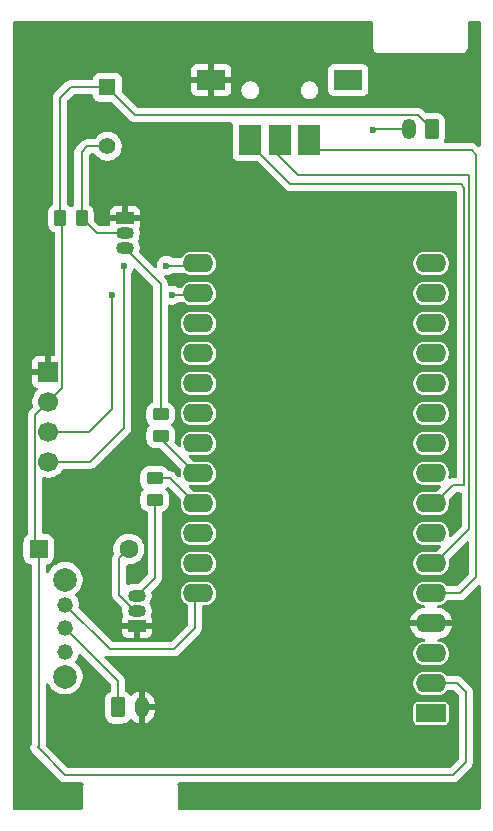
<source format=gtl>
G04 #@! TF.GenerationSoftware,KiCad,Pcbnew,9.0.2*
G04 #@! TF.CreationDate,2025-06-13T16:41:37+02:00*
G04 #@! TF.ProjectId,SenseMatePCB,53656e73-654d-4617-9465-5043422e6b69,rev?*
G04 #@! TF.SameCoordinates,Original*
G04 #@! TF.FileFunction,Copper,L1,Top*
G04 #@! TF.FilePolarity,Positive*
%FSLAX46Y46*%
G04 Gerber Fmt 4.6, Leading zero omitted, Abs format (unit mm)*
G04 Created by KiCad (PCBNEW 9.0.2) date 2025-06-13 16:41:37*
%MOMM*%
%LPD*%
G01*
G04 APERTURE LIST*
G04 Aperture macros list*
%AMRoundRect*
0 Rectangle with rounded corners*
0 $1 Rounding radius*
0 $2 $3 $4 $5 $6 $7 $8 $9 X,Y pos of 4 corners*
0 Add a 4 corners polygon primitive as box body*
4,1,4,$2,$3,$4,$5,$6,$7,$8,$9,$2,$3,0*
0 Add four circle primitives for the rounded corners*
1,1,$1+$1,$2,$3*
1,1,$1+$1,$4,$5*
1,1,$1+$1,$6,$7*
1,1,$1+$1,$8,$9*
0 Add four rect primitives between the rounded corners*
20,1,$1+$1,$2,$3,$4,$5,0*
20,1,$1+$1,$4,$5,$6,$7,0*
20,1,$1+$1,$6,$7,$8,$9,0*
20,1,$1+$1,$8,$9,$2,$3,0*%
G04 Aperture macros list end*
G04 #@! TA.AperFunction,SMDPad,CuDef*
%ADD10R,1.950000X2.600000*%
G04 #@! TD*
G04 #@! TA.AperFunction,SMDPad,CuDef*
%ADD11R,1.900000X2.600000*%
G04 #@! TD*
G04 #@! TA.AperFunction,SMDPad,CuDef*
%ADD12R,2.400000X1.700000*%
G04 #@! TD*
G04 #@! TA.AperFunction,SMDPad,CuDef*
%ADD13RoundRect,0.250000X0.450000X-0.262500X0.450000X0.262500X-0.450000X0.262500X-0.450000X-0.262500X0*%
G04 #@! TD*
G04 #@! TA.AperFunction,ComponentPad*
%ADD14RoundRect,0.250000X-0.550000X-0.550000X0.550000X-0.550000X0.550000X0.550000X-0.550000X0.550000X0*%
G04 #@! TD*
G04 #@! TA.AperFunction,ComponentPad*
%ADD15C,1.600000*%
G04 #@! TD*
G04 #@! TA.AperFunction,ComponentPad*
%ADD16C,1.320800*%
G04 #@! TD*
G04 #@! TA.AperFunction,ComponentPad*
%ADD17C,2.006600*%
G04 #@! TD*
G04 #@! TA.AperFunction,SMDPad,CuDef*
%ADD18RoundRect,0.250000X0.262500X0.450000X-0.262500X0.450000X-0.262500X-0.450000X0.262500X-0.450000X0*%
G04 #@! TD*
G04 #@! TA.AperFunction,ComponentPad*
%ADD19RoundRect,0.250000X1.050000X0.550000X-1.050000X0.550000X-1.050000X-0.550000X1.050000X-0.550000X0*%
G04 #@! TD*
G04 #@! TA.AperFunction,ComponentPad*
%ADD20O,2.600000X1.600000*%
G04 #@! TD*
G04 #@! TA.AperFunction,ComponentPad*
%ADD21RoundRect,0.250000X-0.350000X-0.625000X0.350000X-0.625000X0.350000X0.625000X-0.350000X0.625000X0*%
G04 #@! TD*
G04 #@! TA.AperFunction,ComponentPad*
%ADD22O,1.200000X1.750000*%
G04 #@! TD*
G04 #@! TA.AperFunction,ComponentPad*
%ADD23R,1.500000X1.050000*%
G04 #@! TD*
G04 #@! TA.AperFunction,ComponentPad*
%ADD24O,1.500000X1.050000*%
G04 #@! TD*
G04 #@! TA.AperFunction,SMDPad,CuDef*
%ADD25RoundRect,0.250000X-0.450000X0.262500X-0.450000X-0.262500X0.450000X-0.262500X0.450000X0.262500X0*%
G04 #@! TD*
G04 #@! TA.AperFunction,ComponentPad*
%ADD26R,1.422400X1.422400*%
G04 #@! TD*
G04 #@! TA.AperFunction,ComponentPad*
%ADD27C,1.422400*%
G04 #@! TD*
G04 #@! TA.AperFunction,ComponentPad*
%ADD28RoundRect,0.250000X0.350000X0.625000X-0.350000X0.625000X-0.350000X-0.625000X0.350000X-0.625000X0*%
G04 #@! TD*
G04 #@! TA.AperFunction,ComponentPad*
%ADD29R,1.700000X1.700000*%
G04 #@! TD*
G04 #@! TA.AperFunction,ComponentPad*
%ADD30C,1.700000*%
G04 #@! TD*
G04 #@! TA.AperFunction,ViaPad*
%ADD31C,0.600000*%
G04 #@! TD*
G04 #@! TA.AperFunction,Conductor*
%ADD32C,0.200000*%
G04 #@! TD*
G04 APERTURE END LIST*
D10*
X100075000Y-56850000D03*
D11*
X105100000Y-56850000D03*
D12*
X96800000Y-51800000D03*
X108400000Y-51800000D03*
D11*
X102600000Y-56850000D03*
D13*
X92000000Y-87325000D03*
X92000000Y-85500000D03*
D14*
X82190000Y-91500000D03*
D15*
X89810000Y-91500000D03*
D16*
X84400000Y-96199999D03*
X84400000Y-98199999D03*
X84400000Y-100200000D03*
D17*
X84400000Y-94100000D03*
X84400000Y-102299998D03*
D18*
X85812500Y-63500000D03*
X83987500Y-63500000D03*
D19*
X115413900Y-105417001D03*
D20*
X115413900Y-102877001D03*
X115413900Y-100337001D03*
X115413900Y-97797001D03*
X115413900Y-95257001D03*
X115413900Y-92717001D03*
X115413900Y-90177001D03*
X115413900Y-87637001D03*
X115413900Y-85097001D03*
X115413900Y-82557001D03*
X115413900Y-80017001D03*
X115413900Y-77477001D03*
X115413900Y-74937001D03*
X115413900Y-72397001D03*
X115413900Y-69857001D03*
X115413900Y-67317001D03*
X95693900Y-67317001D03*
X95693900Y-69857001D03*
X95693900Y-72397001D03*
X95693900Y-74937001D03*
X95693900Y-77477001D03*
X95693900Y-80017001D03*
X95693900Y-82557001D03*
X95693900Y-85097001D03*
X95693900Y-87637001D03*
X95693900Y-90177001D03*
X95693900Y-92717001D03*
X95693900Y-95257001D03*
D21*
X88900000Y-104900000D03*
D22*
X90900000Y-104900000D03*
D23*
X90500000Y-98000000D03*
D24*
X90500000Y-96730000D03*
X90500000Y-95460000D03*
D25*
X92500000Y-80087500D03*
X92500000Y-81912500D03*
D23*
X89500000Y-63500000D03*
D24*
X89500000Y-64770000D03*
X89500000Y-66040000D03*
D26*
X88000000Y-52400000D03*
D27*
X88000000Y-57400000D03*
D28*
X115500000Y-55950000D03*
D22*
X113500000Y-55950000D03*
D29*
X83000000Y-76500000D03*
D30*
X83000000Y-79040000D03*
X83000000Y-81580000D03*
X83000000Y-84120000D03*
D31*
X90890000Y-102480000D03*
X92986186Y-96816186D03*
X88400000Y-70030000D03*
X89420000Y-67510000D03*
X94340000Y-49050000D03*
X110500000Y-56000000D03*
X93500000Y-70000000D03*
X93000000Y-67500000D03*
D32*
X84400000Y-96199999D02*
X88200000Y-99999999D01*
X88200000Y-99999999D02*
X93610001Y-99999999D01*
X93610001Y-99999999D02*
X95393900Y-98216100D01*
X95393900Y-98216100D02*
X95393900Y-95257001D01*
X90900000Y-102490000D02*
X90890000Y-102480000D01*
X90900000Y-104900000D02*
X90900000Y-102490000D01*
X91802372Y-98000000D02*
X90500000Y-98000000D01*
X92986186Y-96816186D02*
X91802372Y-98000000D01*
X88400000Y-70030000D02*
X88400000Y-79630000D01*
X88400000Y-79630000D02*
X86450000Y-81580000D01*
X86450000Y-81580000D02*
X83000000Y-81580000D01*
X83000000Y-84120000D02*
X86560000Y-84120000D01*
X86560000Y-84120000D02*
X89420000Y-81260000D01*
X89420000Y-81260000D02*
X89420000Y-67510000D01*
X95393900Y-85097001D02*
X92500000Y-82203101D01*
X92500000Y-82203101D02*
X92500000Y-81912500D01*
X93256899Y-85500000D02*
X95393900Y-87637001D01*
X92000000Y-85500000D02*
X93256899Y-85500000D01*
X100075000Y-56850000D02*
X100075000Y-57175000D01*
X118199000Y-60899000D02*
X118199000Y-86100000D01*
X99875000Y-57750000D02*
X99875000Y-58075000D01*
X117900000Y-60600000D02*
X118199000Y-60899000D01*
X117250901Y-86100000D02*
X115713900Y-87637001D01*
X100075000Y-57175000D02*
X103500000Y-60600000D01*
X103500000Y-60600000D02*
X117900000Y-60600000D01*
X118199000Y-86100000D02*
X117250901Y-86100000D01*
X118600000Y-59800000D02*
X118600000Y-89830901D01*
X104100000Y-59800000D02*
X118600000Y-59800000D01*
X118600000Y-89830901D02*
X115713900Y-92717001D01*
X102400000Y-58100000D02*
X104100000Y-59800000D01*
X102400000Y-57750000D02*
X102400000Y-58100000D01*
X117842999Y-95257001D02*
X115713900Y-95257001D01*
X119200000Y-58100000D02*
X119200000Y-93900000D01*
X104900000Y-57750000D02*
X118850000Y-57750000D01*
X119200000Y-93900000D02*
X117842999Y-95257001D01*
X118850000Y-57750000D02*
X119200000Y-58100000D01*
X82190000Y-91500000D02*
X81849000Y-91159000D01*
X118340000Y-109560000D02*
X118340000Y-103590000D01*
X82190000Y-108180000D02*
X82190000Y-91500000D01*
X82080000Y-108290000D02*
X82190000Y-108180000D01*
X117627001Y-102877001D02*
X115713900Y-102877001D01*
X88000000Y-52400000D02*
X90374000Y-54774000D01*
X84880000Y-52400000D02*
X88000000Y-52400000D01*
X84151000Y-77889000D02*
X84151000Y-63663500D01*
X90374000Y-54774000D02*
X114324000Y-54774000D01*
X82080000Y-108290000D02*
X84450000Y-110660000D01*
X117240000Y-110660000D02*
X118340000Y-109560000D01*
X114324000Y-54774000D02*
X115500000Y-55950000D01*
X83987500Y-53292500D02*
X83987500Y-63500000D01*
X81849000Y-80191000D02*
X83000000Y-79040000D01*
X81849000Y-91159000D02*
X81849000Y-80191000D01*
X84450000Y-110660000D02*
X117240000Y-110660000D01*
X83000000Y-79040000D02*
X84151000Y-77889000D01*
X83987500Y-53292500D02*
X84880000Y-52400000D01*
X84151000Y-63663500D02*
X83987500Y-63500000D01*
X118340000Y-103590000D02*
X117627001Y-102877001D01*
X88900000Y-102699999D02*
X88900000Y-104900000D01*
X84400000Y-98199999D02*
X88900000Y-102699999D01*
X89010001Y-92299999D02*
X89810000Y-91500000D01*
X90376860Y-96730000D02*
X89010001Y-95363141D01*
X89010001Y-95363141D02*
X89010001Y-92299999D01*
X90500000Y-96730000D02*
X90376860Y-96730000D01*
X110550000Y-55950000D02*
X110500000Y-56000000D01*
X113500000Y-55950000D02*
X110550000Y-55950000D01*
X89340000Y-66100000D02*
X89440000Y-66000000D01*
X92500000Y-69040000D02*
X89500000Y-66040000D01*
X92500000Y-80087500D02*
X92500000Y-69040000D01*
X85812500Y-63500000D02*
X85812500Y-57887500D01*
X85812500Y-57887500D02*
X86300000Y-57400000D01*
X85812500Y-63500000D02*
X87082500Y-64770000D01*
X86300000Y-57400000D02*
X88000000Y-57400000D01*
X87082500Y-64770000D02*
X89500000Y-64770000D01*
X92000000Y-93960000D02*
X92000000Y-87325000D01*
X90500000Y-95460000D02*
X92000000Y-93960000D01*
X95250901Y-70000000D02*
X95393900Y-69857001D01*
X93500000Y-70000000D02*
X95250901Y-70000000D01*
X95210901Y-67500000D02*
X95393900Y-67317001D01*
X93000000Y-67500000D02*
X95210901Y-67500000D01*
G04 #@! TA.AperFunction,Conductor*
G36*
X110442539Y-46820185D02*
G01*
X110488294Y-46872989D01*
X110499500Y-46924500D01*
X110499500Y-49065891D01*
X110533608Y-49193187D01*
X110566554Y-49250250D01*
X110599500Y-49307314D01*
X110692686Y-49400500D01*
X110806814Y-49466392D01*
X110934108Y-49500500D01*
X110934110Y-49500500D01*
X118065890Y-49500500D01*
X118065892Y-49500500D01*
X118193186Y-49466392D01*
X118307314Y-49400500D01*
X118400500Y-49307314D01*
X118466392Y-49193186D01*
X118500500Y-49065892D01*
X118500500Y-46924500D01*
X118520185Y-46857461D01*
X118572989Y-46811706D01*
X118624500Y-46800500D01*
X119475500Y-46800500D01*
X119542539Y-46820185D01*
X119588294Y-46872989D01*
X119599500Y-46924500D01*
X119599500Y-57350902D01*
X119579815Y-57417941D01*
X119527011Y-57463696D01*
X119457853Y-57473640D01*
X119394297Y-57444615D01*
X119387819Y-57438583D01*
X119218717Y-57269481D01*
X119218716Y-57269480D01*
X119131904Y-57219360D01*
X119131904Y-57219359D01*
X119131900Y-57219358D01*
X119081785Y-57190423D01*
X118929057Y-57149499D01*
X118770943Y-57149499D01*
X118763347Y-57149499D01*
X118763331Y-57149500D01*
X116599601Y-57149500D01*
X116532562Y-57129815D01*
X116486807Y-57077011D01*
X116476863Y-57007853D01*
X116494061Y-56960405D01*
X116534814Y-56894334D01*
X116589999Y-56727797D01*
X116600500Y-56625009D01*
X116600499Y-55274992D01*
X116589999Y-55172203D01*
X116534814Y-55005666D01*
X116442712Y-54856344D01*
X116318656Y-54732288D01*
X116169334Y-54640186D01*
X116002797Y-54585001D01*
X116002795Y-54585000D01*
X115900010Y-54574500D01*
X115099998Y-54574500D01*
X115099975Y-54574502D01*
X115044052Y-54580214D01*
X115042130Y-54579856D01*
X115040299Y-54580540D01*
X115007924Y-54573497D01*
X114975360Y-54567443D01*
X114973331Y-54565971D01*
X114972026Y-54565688D01*
X114943772Y-54544537D01*
X114811590Y-54412355D01*
X114811588Y-54412352D01*
X114692717Y-54293481D01*
X114692716Y-54293480D01*
X114605904Y-54243360D01*
X114605904Y-54243359D01*
X114605900Y-54243358D01*
X114555785Y-54214423D01*
X114403057Y-54173499D01*
X114244943Y-54173499D01*
X114237347Y-54173499D01*
X114237331Y-54173500D01*
X90674097Y-54173500D01*
X90607058Y-54153815D01*
X90586416Y-54137181D01*
X89248018Y-52798783D01*
X89214533Y-52737460D01*
X89211699Y-52711102D01*
X89211699Y-52697844D01*
X95100000Y-52697844D01*
X95106401Y-52757372D01*
X95106403Y-52757379D01*
X95156645Y-52892086D01*
X95156649Y-52892093D01*
X95242809Y-53007187D01*
X95242812Y-53007190D01*
X95357906Y-53093350D01*
X95357913Y-53093354D01*
X95492620Y-53143596D01*
X95492627Y-53143598D01*
X95552155Y-53149999D01*
X95552172Y-53150000D01*
X96550000Y-53150000D01*
X97050000Y-53150000D01*
X98047828Y-53150000D01*
X98047844Y-53149999D01*
X98107372Y-53143598D01*
X98107379Y-53143596D01*
X98242086Y-53093354D01*
X98242093Y-53093350D01*
X98357187Y-53007190D01*
X98357190Y-53007187D01*
X98443350Y-52892093D01*
X98443354Y-52892086D01*
X98493596Y-52757379D01*
X98493598Y-52757372D01*
X98497195Y-52723920D01*
X99349499Y-52723920D01*
X99378340Y-52868907D01*
X99378343Y-52868917D01*
X99434912Y-53005488D01*
X99434919Y-53005501D01*
X99517048Y-53128415D01*
X99517051Y-53128419D01*
X99621580Y-53232948D01*
X99621584Y-53232951D01*
X99744498Y-53315080D01*
X99744511Y-53315087D01*
X99837317Y-53353528D01*
X99881087Y-53371658D01*
X99881091Y-53371658D01*
X99881092Y-53371659D01*
X100026079Y-53400500D01*
X100026082Y-53400500D01*
X100173920Y-53400500D01*
X100271462Y-53381096D01*
X100318913Y-53371658D01*
X100455495Y-53315084D01*
X100578416Y-53232951D01*
X100682951Y-53128416D01*
X100765084Y-53005495D01*
X100821658Y-52868913D01*
X100842833Y-52762464D01*
X100850500Y-52723920D01*
X104349499Y-52723920D01*
X104378340Y-52868907D01*
X104378343Y-52868917D01*
X104434912Y-53005488D01*
X104434919Y-53005501D01*
X104517048Y-53128415D01*
X104517051Y-53128419D01*
X104621580Y-53232948D01*
X104621584Y-53232951D01*
X104744498Y-53315080D01*
X104744511Y-53315087D01*
X104837317Y-53353528D01*
X104881087Y-53371658D01*
X104881091Y-53371658D01*
X104881092Y-53371659D01*
X105026079Y-53400500D01*
X105026082Y-53400500D01*
X105173920Y-53400500D01*
X105271462Y-53381096D01*
X105318913Y-53371658D01*
X105455495Y-53315084D01*
X105578416Y-53232951D01*
X105682951Y-53128416D01*
X105765084Y-53005495D01*
X105821658Y-52868913D01*
X105842833Y-52762464D01*
X105850500Y-52723920D01*
X105850500Y-52576079D01*
X105821659Y-52431092D01*
X105821658Y-52431091D01*
X105821658Y-52431087D01*
X105821656Y-52431082D01*
X105765087Y-52294511D01*
X105765080Y-52294498D01*
X105682951Y-52171584D01*
X105682948Y-52171580D01*
X105578419Y-52067051D01*
X105578415Y-52067048D01*
X105455501Y-51984919D01*
X105455488Y-51984912D01*
X105318917Y-51928343D01*
X105318907Y-51928340D01*
X105173920Y-51899500D01*
X105173918Y-51899500D01*
X105026082Y-51899500D01*
X105026080Y-51899500D01*
X104881092Y-51928340D01*
X104881082Y-51928343D01*
X104744511Y-51984912D01*
X104744498Y-51984919D01*
X104621584Y-52067048D01*
X104621580Y-52067051D01*
X104517051Y-52171580D01*
X104517048Y-52171584D01*
X104434919Y-52294498D01*
X104434912Y-52294511D01*
X104378343Y-52431082D01*
X104378340Y-52431092D01*
X104349500Y-52576079D01*
X104349500Y-52576082D01*
X104349500Y-52723918D01*
X104349500Y-52723920D01*
X104349499Y-52723920D01*
X100850500Y-52723920D01*
X100850500Y-52576079D01*
X100821659Y-52431092D01*
X100821658Y-52431091D01*
X100821658Y-52431087D01*
X100821656Y-52431082D01*
X100765087Y-52294511D01*
X100765080Y-52294498D01*
X100682951Y-52171584D01*
X100682948Y-52171580D01*
X100578419Y-52067051D01*
X100578415Y-52067048D01*
X100455501Y-51984919D01*
X100455488Y-51984912D01*
X100318917Y-51928343D01*
X100318907Y-51928340D01*
X100173920Y-51899500D01*
X100173918Y-51899500D01*
X100026082Y-51899500D01*
X100026080Y-51899500D01*
X99881092Y-51928340D01*
X99881082Y-51928343D01*
X99744511Y-51984912D01*
X99744498Y-51984919D01*
X99621584Y-52067048D01*
X99621580Y-52067051D01*
X99517051Y-52171580D01*
X99517048Y-52171584D01*
X99434919Y-52294498D01*
X99434912Y-52294511D01*
X99378343Y-52431082D01*
X99378340Y-52431092D01*
X99349500Y-52576079D01*
X99349500Y-52576082D01*
X99349500Y-52723918D01*
X99349500Y-52723920D01*
X99349499Y-52723920D01*
X98497195Y-52723920D01*
X98499999Y-52697844D01*
X98500000Y-52697827D01*
X98500000Y-52050000D01*
X97050000Y-52050000D01*
X97050000Y-53150000D01*
X96550000Y-53150000D01*
X96550000Y-52050000D01*
X95100000Y-52050000D01*
X95100000Y-52697844D01*
X89211699Y-52697844D01*
X89211699Y-51640929D01*
X89211698Y-51640923D01*
X89211697Y-51640916D01*
X89205291Y-51581317D01*
X89154996Y-51446469D01*
X89154995Y-51446468D01*
X89154993Y-51446464D01*
X89068747Y-51331255D01*
X89068744Y-51331252D01*
X88953535Y-51245006D01*
X88953528Y-51245002D01*
X88818682Y-51194708D01*
X88818683Y-51194708D01*
X88759083Y-51188301D01*
X88759081Y-51188300D01*
X88759073Y-51188300D01*
X88759064Y-51188300D01*
X87240929Y-51188300D01*
X87240923Y-51188301D01*
X87181316Y-51194708D01*
X87046471Y-51245002D01*
X87046464Y-51245006D01*
X86931255Y-51331252D01*
X86931252Y-51331255D01*
X86845006Y-51446464D01*
X86845002Y-51446471D01*
X86794708Y-51581317D01*
X86788301Y-51640916D01*
X86788301Y-51640923D01*
X86788300Y-51640935D01*
X86788300Y-51675500D01*
X86768615Y-51742539D01*
X86715811Y-51788294D01*
X86664300Y-51799500D01*
X84966670Y-51799500D01*
X84966654Y-51799499D01*
X84959058Y-51799499D01*
X84800943Y-51799499D01*
X84724579Y-51819961D01*
X84648214Y-51840423D01*
X84648209Y-51840426D01*
X84511290Y-51919475D01*
X84511282Y-51919481D01*
X83506981Y-52923782D01*
X83506979Y-52923785D01*
X83459806Y-53005493D01*
X83459805Y-53005494D01*
X83427923Y-53060714D01*
X83427923Y-53060715D01*
X83386999Y-53213443D01*
X83386999Y-53213445D01*
X83386999Y-53381546D01*
X83387000Y-53381559D01*
X83387000Y-62307491D01*
X83367315Y-62374530D01*
X83328098Y-62413029D01*
X83256344Y-62457287D01*
X83132289Y-62581342D01*
X83040187Y-62730663D01*
X83040185Y-62730668D01*
X83039441Y-62732913D01*
X82985001Y-62897203D01*
X82985001Y-62897204D01*
X82985000Y-62897204D01*
X82974500Y-62999983D01*
X82974500Y-64000001D01*
X82974501Y-64000019D01*
X82985000Y-64102796D01*
X82985001Y-64102799D01*
X83040185Y-64269331D01*
X83040187Y-64269336D01*
X83074999Y-64325776D01*
X83132288Y-64418656D01*
X83256344Y-64542712D01*
X83405666Y-64634814D01*
X83465505Y-64654642D01*
X83522948Y-64694412D01*
X83549772Y-64758928D01*
X83550500Y-64772347D01*
X83550500Y-75026000D01*
X83530815Y-75093039D01*
X83478011Y-75138794D01*
X83426500Y-75150000D01*
X83250000Y-75150000D01*
X83250000Y-76066988D01*
X83192993Y-76034075D01*
X83065826Y-76000000D01*
X82934174Y-76000000D01*
X82807007Y-76034075D01*
X82750000Y-76066988D01*
X82750000Y-75150000D01*
X82102155Y-75150000D01*
X82042627Y-75156401D01*
X82042620Y-75156403D01*
X81907913Y-75206645D01*
X81907906Y-75206649D01*
X81792812Y-75292809D01*
X81792809Y-75292812D01*
X81706649Y-75407906D01*
X81706645Y-75407913D01*
X81656403Y-75542620D01*
X81656401Y-75542627D01*
X81650000Y-75602155D01*
X81650000Y-76250000D01*
X82566988Y-76250000D01*
X82534075Y-76307007D01*
X82500000Y-76434174D01*
X82500000Y-76565826D01*
X82534075Y-76692993D01*
X82566988Y-76750000D01*
X81650000Y-76750000D01*
X81650000Y-77397844D01*
X81656401Y-77457372D01*
X81656403Y-77457379D01*
X81706645Y-77592086D01*
X81706649Y-77592093D01*
X81792809Y-77707187D01*
X81792812Y-77707190D01*
X81907906Y-77793350D01*
X81907913Y-77793354D01*
X82039470Y-77842422D01*
X82095404Y-77884293D01*
X82119821Y-77949758D01*
X82104969Y-78018031D01*
X82083819Y-78046285D01*
X81969889Y-78160215D01*
X81844951Y-78332179D01*
X81748444Y-78521585D01*
X81682753Y-78723760D01*
X81682753Y-78723762D01*
X81649500Y-78933713D01*
X81649500Y-79146287D01*
X81664321Y-79239861D01*
X81682754Y-79356244D01*
X81682754Y-79356247D01*
X81696491Y-79398523D01*
X81698486Y-79468364D01*
X81666241Y-79524522D01*
X81480286Y-79710478D01*
X81368481Y-79822282D01*
X81368479Y-79822285D01*
X81318361Y-79909094D01*
X81318359Y-79909096D01*
X81289425Y-79959209D01*
X81289424Y-79959210D01*
X81289423Y-79959215D01*
X81248499Y-80111943D01*
X81248499Y-80111945D01*
X81248499Y-80280046D01*
X81248500Y-80280059D01*
X81248500Y-90240490D01*
X81228815Y-90307529D01*
X81189600Y-90346027D01*
X81171343Y-90357288D01*
X81047289Y-90481342D01*
X80955187Y-90630663D01*
X80955185Y-90630668D01*
X80927349Y-90714670D01*
X80900001Y-90797203D01*
X80900001Y-90797204D01*
X80900000Y-90797204D01*
X80889500Y-90899983D01*
X80889500Y-92100001D01*
X80889501Y-92100018D01*
X80900000Y-92202796D01*
X80900001Y-92202799D01*
X80955185Y-92369331D01*
X80955187Y-92369336D01*
X80980472Y-92410330D01*
X81047288Y-92518656D01*
X81171344Y-92642712D01*
X81320666Y-92734814D01*
X81487203Y-92789999D01*
X81487209Y-92789999D01*
X81491448Y-92790907D01*
X81552884Y-92824185D01*
X81586576Y-92885394D01*
X81589500Y-92912162D01*
X81589500Y-107905345D01*
X81572887Y-107967344D01*
X81520423Y-108058215D01*
X81479499Y-108210943D01*
X81479499Y-108210945D01*
X81479499Y-108369054D01*
X81479498Y-108369054D01*
X81479499Y-108369057D01*
X81520423Y-108521785D01*
X81599481Y-108658716D01*
X81599483Y-108658718D01*
X83965139Y-111024374D01*
X83965149Y-111024385D01*
X83969479Y-111028715D01*
X83969480Y-111028716D01*
X84081284Y-111140520D01*
X84168095Y-111190639D01*
X84168097Y-111190641D01*
X84206151Y-111212611D01*
X84218215Y-111219577D01*
X84370943Y-111260500D01*
X85861043Y-111260500D01*
X85928082Y-111280185D01*
X85973837Y-111332989D01*
X85983781Y-111402147D01*
X85968430Y-111446500D01*
X85933609Y-111506810D01*
X85933609Y-111506811D01*
X85899500Y-111634108D01*
X85899500Y-113475500D01*
X85879815Y-113542539D01*
X85827011Y-113588294D01*
X85775500Y-113599500D01*
X80124500Y-113599500D01*
X80057461Y-113579815D01*
X80011706Y-113527011D01*
X80000500Y-113475500D01*
X80000500Y-50902155D01*
X95100000Y-50902155D01*
X95100000Y-51550000D01*
X96550000Y-51550000D01*
X97050000Y-51550000D01*
X98500000Y-51550000D01*
X98500000Y-50902164D01*
X98499997Y-50902135D01*
X106699500Y-50902135D01*
X106699500Y-52697870D01*
X106699501Y-52697876D01*
X106705908Y-52757483D01*
X106756202Y-52892328D01*
X106756206Y-52892335D01*
X106842452Y-53007544D01*
X106842455Y-53007547D01*
X106957664Y-53093793D01*
X106957671Y-53093797D01*
X107092517Y-53144091D01*
X107092516Y-53144091D01*
X107099444Y-53144835D01*
X107152127Y-53150500D01*
X109647872Y-53150499D01*
X109707483Y-53144091D01*
X109842331Y-53093796D01*
X109957546Y-53007546D01*
X110043796Y-52892331D01*
X110094091Y-52757483D01*
X110100500Y-52697873D01*
X110100499Y-50902128D01*
X110094091Y-50842517D01*
X110043884Y-50707906D01*
X110043797Y-50707671D01*
X110043793Y-50707664D01*
X109957547Y-50592455D01*
X109957544Y-50592452D01*
X109842335Y-50506206D01*
X109842328Y-50506202D01*
X109707482Y-50455908D01*
X109707483Y-50455908D01*
X109647883Y-50449501D01*
X109647881Y-50449500D01*
X109647873Y-50449500D01*
X109647864Y-50449500D01*
X107152129Y-50449500D01*
X107152123Y-50449501D01*
X107092516Y-50455908D01*
X106957671Y-50506202D01*
X106957664Y-50506206D01*
X106842455Y-50592452D01*
X106842452Y-50592455D01*
X106756206Y-50707664D01*
X106756202Y-50707671D01*
X106705908Y-50842517D01*
X106699501Y-50902116D01*
X106699501Y-50902123D01*
X106699500Y-50902135D01*
X98499997Y-50902135D01*
X98493598Y-50842627D01*
X98493596Y-50842620D01*
X98443354Y-50707913D01*
X98443350Y-50707906D01*
X98357190Y-50592812D01*
X98357187Y-50592809D01*
X98242093Y-50506649D01*
X98242086Y-50506645D01*
X98107379Y-50456403D01*
X98107372Y-50456401D01*
X98047844Y-50450000D01*
X97050000Y-50450000D01*
X97050000Y-51550000D01*
X96550000Y-51550000D01*
X96550000Y-50450000D01*
X95552155Y-50450000D01*
X95492627Y-50456401D01*
X95492620Y-50456403D01*
X95357913Y-50506645D01*
X95357906Y-50506649D01*
X95242812Y-50592809D01*
X95242809Y-50592812D01*
X95156649Y-50707906D01*
X95156645Y-50707913D01*
X95106403Y-50842620D01*
X95106401Y-50842627D01*
X95100000Y-50902155D01*
X80000500Y-50902155D01*
X80000500Y-46924500D01*
X80020185Y-46857461D01*
X80072989Y-46811706D01*
X80124500Y-46800500D01*
X110375500Y-46800500D01*
X110442539Y-46820185D01*
G37*
G04 #@! TD.AperFunction*
G04 #@! TA.AperFunction,Conductor*
G36*
X86731340Y-53020185D02*
G01*
X86777095Y-53072989D01*
X86788301Y-53124500D01*
X86788301Y-53159076D01*
X86794708Y-53218683D01*
X86845002Y-53353528D01*
X86845006Y-53353535D01*
X86931252Y-53468744D01*
X86931255Y-53468747D01*
X87046464Y-53554993D01*
X87046471Y-53554997D01*
X87181317Y-53605291D01*
X87181316Y-53605291D01*
X87188244Y-53606035D01*
X87240927Y-53611700D01*
X88311102Y-53611699D01*
X88378141Y-53631383D01*
X88398783Y-53648018D01*
X89889139Y-55138374D01*
X89889149Y-55138385D01*
X89893479Y-55142715D01*
X89893480Y-55142716D01*
X90005284Y-55254520D01*
X90040744Y-55274992D01*
X90092095Y-55304639D01*
X90092097Y-55304641D01*
X90130151Y-55326611D01*
X90142215Y-55333577D01*
X90294943Y-55374501D01*
X90294946Y-55374501D01*
X90460653Y-55374501D01*
X90460669Y-55374500D01*
X98475516Y-55374500D01*
X98542555Y-55394185D01*
X98588310Y-55446989D01*
X98598173Y-55498806D01*
X98599500Y-55498806D01*
X98599500Y-58197870D01*
X98599501Y-58197876D01*
X98605908Y-58257483D01*
X98656202Y-58392328D01*
X98656206Y-58392335D01*
X98742452Y-58507544D01*
X98742455Y-58507547D01*
X98857664Y-58593793D01*
X98857671Y-58593797D01*
X98893575Y-58607188D01*
X98992517Y-58644091D01*
X99052127Y-58650500D01*
X99686313Y-58650499D01*
X99718406Y-58654724D01*
X99746774Y-58662325D01*
X99795943Y-58675500D01*
X99795944Y-58675500D01*
X99954055Y-58675500D01*
X99954057Y-58675500D01*
X100031592Y-58654723D01*
X100063686Y-58650499D01*
X100649902Y-58650499D01*
X100716941Y-58670184D01*
X100737583Y-58686818D01*
X103015139Y-60964374D01*
X103015149Y-60964385D01*
X103019479Y-60968715D01*
X103019480Y-60968716D01*
X103131284Y-61080520D01*
X103131286Y-61080521D01*
X103131290Y-61080524D01*
X103268209Y-61159573D01*
X103268216Y-61159577D01*
X103380019Y-61189534D01*
X103420942Y-61200500D01*
X103420943Y-61200500D01*
X117474500Y-61200500D01*
X117541539Y-61220185D01*
X117587294Y-61272989D01*
X117598500Y-61324500D01*
X117598500Y-85375500D01*
X117595949Y-85384185D01*
X117597238Y-85393147D01*
X117586259Y-85417187D01*
X117578815Y-85442539D01*
X117571974Y-85448466D01*
X117568213Y-85456703D01*
X117545978Y-85470992D01*
X117526011Y-85488294D01*
X117515496Y-85490581D01*
X117509435Y-85494477D01*
X117474500Y-85499500D01*
X117337571Y-85499500D01*
X117337555Y-85499499D01*
X117329959Y-85499499D01*
X117171844Y-85499499D01*
X117122580Y-85512699D01*
X117028654Y-85537867D01*
X116958804Y-85536204D01*
X116900941Y-85497042D01*
X116873437Y-85432813D01*
X116874943Y-85393900D01*
X116875949Y-85388839D01*
X116875951Y-85388836D01*
X116900055Y-85267658D01*
X116914400Y-85195544D01*
X116914400Y-84998457D01*
X116875952Y-84805171D01*
X116875951Y-84805170D01*
X116875951Y-84805166D01*
X116849290Y-84740800D01*
X116800535Y-84623093D01*
X116800528Y-84623080D01*
X116691039Y-84459219D01*
X116691036Y-84459215D01*
X116551685Y-84319864D01*
X116551681Y-84319861D01*
X116387820Y-84210372D01*
X116387807Y-84210365D01*
X116205739Y-84134951D01*
X116205729Y-84134948D01*
X116012443Y-84096501D01*
X116012441Y-84096501D01*
X114815359Y-84096501D01*
X114815357Y-84096501D01*
X114622070Y-84134948D01*
X114622060Y-84134951D01*
X114439992Y-84210365D01*
X114439979Y-84210372D01*
X114276118Y-84319861D01*
X114276114Y-84319864D01*
X114136763Y-84459215D01*
X114136760Y-84459219D01*
X114027271Y-84623080D01*
X114027264Y-84623093D01*
X113951850Y-84805161D01*
X113951847Y-84805171D01*
X113913400Y-84998457D01*
X113913400Y-84998460D01*
X113913400Y-85195542D01*
X113913400Y-85195544D01*
X113913399Y-85195544D01*
X113951847Y-85388830D01*
X113951850Y-85388840D01*
X114027264Y-85570908D01*
X114027271Y-85570921D01*
X114136760Y-85734782D01*
X114136763Y-85734786D01*
X114276114Y-85874137D01*
X114276118Y-85874140D01*
X114439979Y-85983629D01*
X114439992Y-85983636D01*
X114622060Y-86059050D01*
X114622065Y-86059052D01*
X114622069Y-86059052D01*
X114622070Y-86059053D01*
X114815356Y-86097501D01*
X114815359Y-86097501D01*
X116012442Y-86097501D01*
X116030165Y-86093975D01*
X116100512Y-86079982D01*
X116170102Y-86086209D01*
X116225280Y-86129071D01*
X116248525Y-86194960D01*
X116232458Y-86262958D01*
X116212385Y-86289280D01*
X116132500Y-86369166D01*
X115901482Y-86600183D01*
X115840161Y-86633667D01*
X115813803Y-86636501D01*
X114815357Y-86636501D01*
X114622070Y-86674948D01*
X114622060Y-86674951D01*
X114439992Y-86750365D01*
X114439979Y-86750372D01*
X114276118Y-86859861D01*
X114276114Y-86859864D01*
X114136763Y-86999215D01*
X114136760Y-86999219D01*
X114027271Y-87163080D01*
X114027264Y-87163093D01*
X113951850Y-87345161D01*
X113951847Y-87345171D01*
X113913400Y-87538457D01*
X113913400Y-87538460D01*
X113913400Y-87735542D01*
X113913400Y-87735544D01*
X113913399Y-87735544D01*
X113951847Y-87928830D01*
X113951850Y-87928840D01*
X114027264Y-88110908D01*
X114027271Y-88110921D01*
X114136760Y-88274782D01*
X114136763Y-88274786D01*
X114276114Y-88414137D01*
X114276118Y-88414140D01*
X114439979Y-88523629D01*
X114439992Y-88523636D01*
X114622060Y-88599050D01*
X114622065Y-88599052D01*
X114622069Y-88599052D01*
X114622070Y-88599053D01*
X114815356Y-88637501D01*
X114815359Y-88637501D01*
X116012443Y-88637501D01*
X116142482Y-88611633D01*
X116205735Y-88599052D01*
X116387814Y-88523633D01*
X116551682Y-88414140D01*
X116691039Y-88274783D01*
X116800532Y-88110915D01*
X116875951Y-87928836D01*
X116913454Y-87740299D01*
X116914400Y-87735544D01*
X116914400Y-87538457D01*
X116897681Y-87454413D01*
X116885400Y-87392669D01*
X116891627Y-87323080D01*
X116919335Y-87280800D01*
X117463318Y-86736819D01*
X117524641Y-86703334D01*
X117550999Y-86700500D01*
X117875500Y-86700500D01*
X117942539Y-86720185D01*
X117988294Y-86772989D01*
X117999500Y-86824500D01*
X117999500Y-89530803D01*
X117979815Y-89597842D01*
X117963181Y-89618484D01*
X117106179Y-90475485D01*
X117044856Y-90508970D01*
X116975164Y-90503986D01*
X116919231Y-90462114D01*
X116894814Y-90396650D01*
X116896880Y-90363616D01*
X116914400Y-90275542D01*
X116914400Y-90078460D01*
X116914400Y-90078457D01*
X116875952Y-89885171D01*
X116875951Y-89885170D01*
X116875951Y-89885166D01*
X116875949Y-89885161D01*
X116800535Y-89703093D01*
X116800528Y-89703080D01*
X116691039Y-89539219D01*
X116691036Y-89539215D01*
X116551685Y-89399864D01*
X116551681Y-89399861D01*
X116387820Y-89290372D01*
X116387807Y-89290365D01*
X116205739Y-89214951D01*
X116205729Y-89214948D01*
X116012443Y-89176501D01*
X116012441Y-89176501D01*
X114815359Y-89176501D01*
X114815357Y-89176501D01*
X114622070Y-89214948D01*
X114622060Y-89214951D01*
X114439992Y-89290365D01*
X114439979Y-89290372D01*
X114276118Y-89399861D01*
X114276114Y-89399864D01*
X114136763Y-89539215D01*
X114136760Y-89539219D01*
X114027271Y-89703080D01*
X114027264Y-89703093D01*
X113951850Y-89885161D01*
X113951847Y-89885171D01*
X113913400Y-90078457D01*
X113913400Y-90078460D01*
X113913400Y-90275542D01*
X113913400Y-90275544D01*
X113913399Y-90275544D01*
X113951847Y-90468830D01*
X113951850Y-90468840D01*
X114027264Y-90650908D01*
X114027271Y-90650921D01*
X114136760Y-90814782D01*
X114136763Y-90814786D01*
X114276114Y-90954137D01*
X114276118Y-90954140D01*
X114439979Y-91063629D01*
X114439992Y-91063636D01*
X114622060Y-91139050D01*
X114622065Y-91139052D01*
X114622069Y-91139052D01*
X114622070Y-91139053D01*
X114815356Y-91177501D01*
X114815359Y-91177501D01*
X116012442Y-91177501D01*
X116034631Y-91173087D01*
X116100513Y-91159982D01*
X116170103Y-91166209D01*
X116225281Y-91209071D01*
X116248526Y-91274961D01*
X116232459Y-91342958D01*
X116212385Y-91369280D01*
X115901484Y-91680182D01*
X115840161Y-91713667D01*
X115813803Y-91716501D01*
X114815357Y-91716501D01*
X114622070Y-91754948D01*
X114622060Y-91754951D01*
X114439992Y-91830365D01*
X114439979Y-91830372D01*
X114276118Y-91939861D01*
X114276114Y-91939864D01*
X114136763Y-92079215D01*
X114136760Y-92079219D01*
X114027271Y-92243080D01*
X114027264Y-92243093D01*
X113951850Y-92425161D01*
X113951847Y-92425171D01*
X113913400Y-92618457D01*
X113913400Y-92618460D01*
X113913400Y-92815542D01*
X113913400Y-92815544D01*
X113913399Y-92815544D01*
X113951847Y-93008830D01*
X113951850Y-93008840D01*
X114027264Y-93190908D01*
X114027271Y-93190921D01*
X114136760Y-93354782D01*
X114136763Y-93354786D01*
X114276114Y-93494137D01*
X114276118Y-93494140D01*
X114439979Y-93603629D01*
X114439992Y-93603636D01*
X114622060Y-93679050D01*
X114622065Y-93679052D01*
X114622069Y-93679052D01*
X114622070Y-93679053D01*
X114815356Y-93717501D01*
X114815359Y-93717501D01*
X116012443Y-93717501D01*
X116162842Y-93687584D01*
X116205735Y-93679052D01*
X116387814Y-93603633D01*
X116551682Y-93494140D01*
X116691039Y-93354783D01*
X116800532Y-93190915D01*
X116875951Y-93008836D01*
X116895181Y-92912162D01*
X116914400Y-92815544D01*
X116914400Y-92618457D01*
X116894548Y-92518657D01*
X116885400Y-92472669D01*
X116891627Y-92403080D01*
X116919334Y-92360800D01*
X118387820Y-90892314D01*
X118449142Y-90858831D01*
X118518834Y-90863815D01*
X118574767Y-90905687D01*
X118599184Y-90971151D01*
X118599500Y-90979997D01*
X118599500Y-93599903D01*
X118579815Y-93666942D01*
X118563181Y-93687584D01*
X117630583Y-94620182D01*
X117569260Y-94653667D01*
X117542902Y-94656501D01*
X116779684Y-94656501D01*
X116712645Y-94636816D01*
X116692003Y-94620182D01*
X116551685Y-94479864D01*
X116551681Y-94479861D01*
X116387820Y-94370372D01*
X116387807Y-94370365D01*
X116205739Y-94294951D01*
X116205729Y-94294948D01*
X116012443Y-94256501D01*
X116012441Y-94256501D01*
X114815359Y-94256501D01*
X114815357Y-94256501D01*
X114622070Y-94294948D01*
X114622060Y-94294951D01*
X114439992Y-94370365D01*
X114439979Y-94370372D01*
X114276118Y-94479861D01*
X114276114Y-94479864D01*
X114136763Y-94619215D01*
X114136760Y-94619219D01*
X114027271Y-94783080D01*
X114027264Y-94783093D01*
X113951850Y-94965161D01*
X113951847Y-94965171D01*
X113913400Y-95158457D01*
X113913400Y-95158460D01*
X113913400Y-95355542D01*
X113913400Y-95355544D01*
X113913399Y-95355544D01*
X113951847Y-95548830D01*
X113951850Y-95548840D01*
X114027264Y-95730908D01*
X114027271Y-95730921D01*
X114136760Y-95894782D01*
X114136763Y-95894786D01*
X114276114Y-96034137D01*
X114276118Y-96034140D01*
X114439979Y-96143629D01*
X114439992Y-96143636D01*
X114622060Y-96219050D01*
X114622065Y-96219052D01*
X114748712Y-96244244D01*
X114802961Y-96255035D01*
X114864872Y-96287420D01*
X114899446Y-96348135D01*
X114895707Y-96417905D01*
X114854840Y-96474577D01*
X114798169Y-96499125D01*
X114609481Y-96529011D01*
X114414868Y-96592245D01*
X114232550Y-96685141D01*
X114067005Y-96805418D01*
X114067004Y-96805418D01*
X113922317Y-96950105D01*
X113922317Y-96950106D01*
X113802040Y-97115651D01*
X113709144Y-97297971D01*
X113645909Y-97492587D01*
X113637291Y-97547001D01*
X115280888Y-97547001D01*
X115247975Y-97604008D01*
X115213900Y-97731175D01*
X115213900Y-97862827D01*
X115247975Y-97989994D01*
X115280888Y-98047001D01*
X113637291Y-98047001D01*
X113645909Y-98101414D01*
X113709144Y-98296030D01*
X113802040Y-98478350D01*
X113922317Y-98643895D01*
X113922317Y-98643896D01*
X114067004Y-98788583D01*
X114232550Y-98908860D01*
X114414868Y-99001756D01*
X114609482Y-99064991D01*
X114798168Y-99094876D01*
X114861303Y-99124805D01*
X114898234Y-99184117D01*
X114897236Y-99253979D01*
X114858626Y-99312212D01*
X114802962Y-99338966D01*
X114622070Y-99374948D01*
X114622060Y-99374951D01*
X114439992Y-99450365D01*
X114439979Y-99450372D01*
X114276118Y-99559861D01*
X114276114Y-99559864D01*
X114136763Y-99699215D01*
X114136760Y-99699219D01*
X114027271Y-99863080D01*
X114027264Y-99863093D01*
X113951850Y-100045161D01*
X113951847Y-100045171D01*
X113913400Y-100238457D01*
X113913400Y-100238460D01*
X113913400Y-100435542D01*
X113913400Y-100435544D01*
X113913399Y-100435544D01*
X113951847Y-100628830D01*
X113951850Y-100628840D01*
X114027264Y-100810908D01*
X114027271Y-100810921D01*
X114136760Y-100974782D01*
X114136763Y-100974786D01*
X114276114Y-101114137D01*
X114276118Y-101114140D01*
X114439979Y-101223629D01*
X114439992Y-101223636D01*
X114622060Y-101299050D01*
X114622065Y-101299052D01*
X114622069Y-101299052D01*
X114622070Y-101299053D01*
X114815356Y-101337501D01*
X114815359Y-101337501D01*
X116012443Y-101337501D01*
X116142482Y-101311633D01*
X116205735Y-101299052D01*
X116387814Y-101223633D01*
X116551682Y-101114140D01*
X116691039Y-100974783D01*
X116800532Y-100810915D01*
X116875951Y-100628836D01*
X116893997Y-100538112D01*
X116914400Y-100435544D01*
X116914400Y-100238457D01*
X116875952Y-100045171D01*
X116875951Y-100045170D01*
X116875951Y-100045166D01*
X116827484Y-99928155D01*
X116800535Y-99863093D01*
X116800528Y-99863080D01*
X116691039Y-99699219D01*
X116691036Y-99699215D01*
X116551685Y-99559864D01*
X116551681Y-99559861D01*
X116387820Y-99450372D01*
X116387807Y-99450365D01*
X116205739Y-99374951D01*
X116205729Y-99374948D01*
X116024837Y-99338966D01*
X115962926Y-99306581D01*
X115928352Y-99245865D01*
X115932092Y-99176096D01*
X115972959Y-99119424D01*
X116029631Y-99094876D01*
X116218317Y-99064991D01*
X116412931Y-99001756D01*
X116595249Y-98908860D01*
X116760794Y-98788583D01*
X116760795Y-98788583D01*
X116905482Y-98643896D01*
X116905482Y-98643895D01*
X117025759Y-98478350D01*
X117118655Y-98296030D01*
X117181890Y-98101414D01*
X117190509Y-98047001D01*
X116146912Y-98047001D01*
X116179825Y-97989994D01*
X116213900Y-97862827D01*
X116213900Y-97731175D01*
X116179825Y-97604008D01*
X116146912Y-97547001D01*
X117190509Y-97547001D01*
X117181890Y-97492587D01*
X117118655Y-97297971D01*
X117025759Y-97115651D01*
X116905482Y-96950106D01*
X116905482Y-96950105D01*
X116760795Y-96805418D01*
X116595249Y-96685141D01*
X116412931Y-96592245D01*
X116218317Y-96529010D01*
X116029631Y-96499125D01*
X115966496Y-96469195D01*
X115929565Y-96409884D01*
X115930563Y-96340021D01*
X115969173Y-96281789D01*
X116024838Y-96255035D01*
X116037743Y-96252468D01*
X116205735Y-96219052D01*
X116387814Y-96143633D01*
X116551682Y-96034140D01*
X116559713Y-96026109D01*
X116692003Y-95893820D01*
X116753326Y-95860335D01*
X116779684Y-95857501D01*
X117756330Y-95857501D01*
X117756346Y-95857502D01*
X117763942Y-95857502D01*
X117922053Y-95857502D01*
X117922056Y-95857502D01*
X118074784Y-95816578D01*
X118124903Y-95787640D01*
X118211715Y-95737521D01*
X118323519Y-95625717D01*
X118323519Y-95625715D01*
X118333727Y-95615508D01*
X118333729Y-95615505D01*
X119387819Y-94561415D01*
X119449142Y-94527930D01*
X119518834Y-94532914D01*
X119574767Y-94574786D01*
X119599184Y-94640250D01*
X119599500Y-94649096D01*
X119599500Y-113475500D01*
X119579815Y-113542539D01*
X119527011Y-113588294D01*
X119475500Y-113599500D01*
X94124500Y-113599500D01*
X94057461Y-113579815D01*
X94011706Y-113527011D01*
X94000500Y-113475500D01*
X94000500Y-111634110D01*
X94000500Y-111634108D01*
X93966392Y-111506814D01*
X93931570Y-111446500D01*
X93915097Y-111378600D01*
X93937949Y-111312573D01*
X93992870Y-111269383D01*
X94038957Y-111260500D01*
X117153331Y-111260500D01*
X117153347Y-111260501D01*
X117160943Y-111260501D01*
X117319054Y-111260501D01*
X117319057Y-111260501D01*
X117471785Y-111219577D01*
X117521904Y-111190639D01*
X117608716Y-111140520D01*
X117720520Y-111028716D01*
X117720520Y-111028714D01*
X117730728Y-111018507D01*
X117730730Y-111018504D01*
X118708713Y-110040521D01*
X118708716Y-110040520D01*
X118820520Y-109928716D01*
X118870639Y-109841904D01*
X118899577Y-109791785D01*
X118940501Y-109639057D01*
X118940501Y-109480943D01*
X118940501Y-109473348D01*
X118940500Y-109473330D01*
X118940500Y-103679059D01*
X118940501Y-103679046D01*
X118940501Y-103510945D01*
X118940501Y-103510943D01*
X118899577Y-103358215D01*
X118854222Y-103279658D01*
X118820520Y-103221284D01*
X118708716Y-103109480D01*
X118708715Y-103109479D01*
X118704385Y-103105149D01*
X118704374Y-103105139D01*
X118114591Y-102515356D01*
X118114589Y-102515353D01*
X117995718Y-102396482D01*
X117995710Y-102396476D01*
X117882791Y-102331283D01*
X117882790Y-102331282D01*
X117865917Y-102321541D01*
X117858786Y-102317424D01*
X117706058Y-102276500D01*
X117547944Y-102276500D01*
X117540348Y-102276500D01*
X117540332Y-102276501D01*
X116779684Y-102276501D01*
X116712645Y-102256816D01*
X116692003Y-102240182D01*
X116551685Y-102099864D01*
X116551681Y-102099861D01*
X116387820Y-101990372D01*
X116387807Y-101990365D01*
X116205739Y-101914951D01*
X116205729Y-101914948D01*
X116012443Y-101876501D01*
X116012441Y-101876501D01*
X114815359Y-101876501D01*
X114815357Y-101876501D01*
X114622070Y-101914948D01*
X114622060Y-101914951D01*
X114439992Y-101990365D01*
X114439979Y-101990372D01*
X114276118Y-102099861D01*
X114276114Y-102099864D01*
X114136763Y-102239215D01*
X114136760Y-102239219D01*
X114027271Y-102403080D01*
X114027264Y-102403093D01*
X113951850Y-102585161D01*
X113951847Y-102585171D01*
X113913400Y-102778457D01*
X113913400Y-102778460D01*
X113913400Y-102975542D01*
X113913400Y-102975544D01*
X113913399Y-102975544D01*
X113951847Y-103168830D01*
X113951850Y-103168840D01*
X114027264Y-103350908D01*
X114027271Y-103350921D01*
X114136760Y-103514782D01*
X114136763Y-103514786D01*
X114276114Y-103654137D01*
X114276118Y-103654140D01*
X114439979Y-103763629D01*
X114439992Y-103763636D01*
X114543095Y-103806342D01*
X114622065Y-103839052D01*
X114622069Y-103839052D01*
X114622070Y-103839053D01*
X114815356Y-103877501D01*
X114815359Y-103877501D01*
X116012443Y-103877501D01*
X116142482Y-103851633D01*
X116205735Y-103839052D01*
X116380243Y-103766769D01*
X116387807Y-103763636D01*
X116387807Y-103763635D01*
X116387814Y-103763633D01*
X116551682Y-103654140D01*
X116621217Y-103584605D01*
X116692003Y-103513820D01*
X116753326Y-103480335D01*
X116779684Y-103477501D01*
X117326904Y-103477501D01*
X117393943Y-103497186D01*
X117414585Y-103513820D01*
X117703181Y-103802416D01*
X117736666Y-103863739D01*
X117739500Y-103890097D01*
X117739500Y-109259903D01*
X117719815Y-109326942D01*
X117703181Y-109347584D01*
X117027584Y-110023181D01*
X116966261Y-110056666D01*
X116939903Y-110059500D01*
X84750097Y-110059500D01*
X84683058Y-110039815D01*
X84662416Y-110023181D01*
X82826819Y-108187584D01*
X82793334Y-108126261D01*
X82790500Y-108099903D01*
X82790500Y-102970078D01*
X82810185Y-102903039D01*
X82862989Y-102857284D01*
X82932147Y-102847340D01*
X82995703Y-102876365D01*
X83024984Y-102913782D01*
X83113835Y-103088161D01*
X83252966Y-103279658D01*
X83420340Y-103447032D01*
X83611837Y-103586163D01*
X83794130Y-103679046D01*
X83822743Y-103693625D01*
X84047855Y-103766768D01*
X84047856Y-103766768D01*
X84047859Y-103766769D01*
X84281648Y-103803798D01*
X84281649Y-103803798D01*
X84518351Y-103803798D01*
X84518352Y-103803798D01*
X84752141Y-103766769D01*
X84752144Y-103766768D01*
X84752145Y-103766768D01*
X84977256Y-103693625D01*
X84977256Y-103693624D01*
X84977259Y-103693624D01*
X85188163Y-103586163D01*
X85379660Y-103447032D01*
X85547034Y-103279658D01*
X85686165Y-103088161D01*
X85793626Y-102877257D01*
X85803347Y-102847340D01*
X85866770Y-102652143D01*
X85866770Y-102652142D01*
X85866771Y-102652139D01*
X85903800Y-102418350D01*
X85903800Y-102181646D01*
X85866771Y-101947857D01*
X85866770Y-101947853D01*
X85866770Y-101947852D01*
X85793627Y-101722741D01*
X85793626Y-101722739D01*
X85686165Y-101511835D01*
X85547034Y-101320338D01*
X85379660Y-101152964D01*
X85324807Y-101113111D01*
X85282143Y-101057782D01*
X85276164Y-100988168D01*
X85297376Y-100939909D01*
X85392891Y-100808444D01*
X85475848Y-100645631D01*
X85532315Y-100471845D01*
X85533935Y-100461611D01*
X85563861Y-100398476D01*
X85623171Y-100361543D01*
X85693034Y-100362537D01*
X85744090Y-100393324D01*
X88263181Y-102912415D01*
X88296666Y-102973738D01*
X88299500Y-103000096D01*
X88299500Y-103479091D01*
X88279815Y-103546130D01*
X88235731Y-103584641D01*
X88236813Y-103586395D01*
X88230667Y-103590185D01*
X88230666Y-103590186D01*
X88132419Y-103650784D01*
X88081342Y-103682289D01*
X87957289Y-103806342D01*
X87865187Y-103955663D01*
X87865186Y-103955666D01*
X87810001Y-104122203D01*
X87810001Y-104122204D01*
X87810000Y-104122204D01*
X87799500Y-104224983D01*
X87799500Y-105575001D01*
X87799501Y-105575018D01*
X87810000Y-105677796D01*
X87810001Y-105677799D01*
X87865185Y-105844331D01*
X87865186Y-105844334D01*
X87957288Y-105993656D01*
X88081344Y-106117712D01*
X88230666Y-106209814D01*
X88397203Y-106264999D01*
X88499991Y-106275500D01*
X89300008Y-106275499D01*
X89300016Y-106275498D01*
X89300019Y-106275498D01*
X89356302Y-106269748D01*
X89402797Y-106264999D01*
X89569334Y-106209814D01*
X89718656Y-106117712D01*
X89842712Y-105993656D01*
X89882581Y-105929016D01*
X89934525Y-105882294D01*
X90003488Y-105871071D01*
X90067570Y-105898914D01*
X90075799Y-105906434D01*
X90183397Y-106014032D01*
X90323475Y-106115804D01*
X90477744Y-106194408D01*
X90642415Y-106247914D01*
X90642414Y-106247914D01*
X90649999Y-106249115D01*
X90650000Y-106249114D01*
X90650000Y-105180330D01*
X90669745Y-105200075D01*
X90755255Y-105249444D01*
X90850630Y-105275000D01*
X90949370Y-105275000D01*
X91044745Y-105249444D01*
X91130255Y-105200075D01*
X91150000Y-105180330D01*
X91150000Y-106249115D01*
X91157584Y-106247914D01*
X91322255Y-106194408D01*
X91476524Y-106115804D01*
X91616602Y-106014032D01*
X91739032Y-105891602D01*
X91840804Y-105751524D01*
X91919408Y-105597257D01*
X91972914Y-105432584D01*
X92000000Y-105261571D01*
X92000000Y-105150000D01*
X91180330Y-105150000D01*
X91200075Y-105130255D01*
X91249444Y-105044745D01*
X91275000Y-104949370D01*
X91275000Y-104850630D01*
X91264845Y-104812731D01*
X113913400Y-104812731D01*
X113913400Y-106021270D01*
X113916253Y-106051700D01*
X113916253Y-106051702D01*
X113961106Y-106179881D01*
X113961107Y-106179883D01*
X114041750Y-106289151D01*
X114151018Y-106369794D01*
X114193745Y-106384745D01*
X114279199Y-106414647D01*
X114309630Y-106417501D01*
X114309634Y-106417501D01*
X116518170Y-106417501D01*
X116548599Y-106414647D01*
X116548601Y-106414647D01*
X116612690Y-106392220D01*
X116676782Y-106369794D01*
X116786050Y-106289151D01*
X116866693Y-106179883D01*
X116889119Y-106115791D01*
X116911546Y-106051702D01*
X116911546Y-106051700D01*
X116914400Y-106021270D01*
X116914400Y-104812731D01*
X116911546Y-104782301D01*
X116911546Y-104782299D01*
X116866693Y-104654120D01*
X116866692Y-104654118D01*
X116826696Y-104599925D01*
X116786050Y-104544851D01*
X116676782Y-104464208D01*
X116676780Y-104464207D01*
X116548600Y-104419354D01*
X116518170Y-104416501D01*
X116518166Y-104416501D01*
X114309634Y-104416501D01*
X114309630Y-104416501D01*
X114279200Y-104419354D01*
X114279198Y-104419354D01*
X114151019Y-104464207D01*
X114151017Y-104464208D01*
X114041750Y-104544851D01*
X113961107Y-104654118D01*
X113961106Y-104654120D01*
X113916253Y-104782299D01*
X113916253Y-104782301D01*
X113913400Y-104812731D01*
X91264845Y-104812731D01*
X91249444Y-104755255D01*
X91200075Y-104669745D01*
X91180330Y-104650000D01*
X92000000Y-104650000D01*
X92000000Y-104538428D01*
X91972914Y-104367415D01*
X91919408Y-104202742D01*
X91840804Y-104048475D01*
X91739032Y-103908397D01*
X91616602Y-103785967D01*
X91476524Y-103684195D01*
X91322257Y-103605591D01*
X91157589Y-103552087D01*
X91157581Y-103552085D01*
X91150000Y-103550884D01*
X91150000Y-104619670D01*
X91130255Y-104599925D01*
X91044745Y-104550556D01*
X90949370Y-104525000D01*
X90850630Y-104525000D01*
X90755255Y-104550556D01*
X90669745Y-104599925D01*
X90650000Y-104619670D01*
X90650000Y-103550884D01*
X90649999Y-103550884D01*
X90642418Y-103552085D01*
X90642410Y-103552087D01*
X90477742Y-103605591D01*
X90323475Y-103684195D01*
X90183401Y-103785964D01*
X90075799Y-103893566D01*
X90014476Y-103927050D01*
X89944784Y-103922066D01*
X89888851Y-103880194D01*
X89882585Y-103870988D01*
X89842712Y-103806344D01*
X89718656Y-103682288D01*
X89569334Y-103590186D01*
X89569332Y-103590185D01*
X89563187Y-103586395D01*
X89564290Y-103584605D01*
X89519649Y-103545290D01*
X89500500Y-103479091D01*
X89500500Y-102789058D01*
X89500501Y-102789045D01*
X89500501Y-102620944D01*
X89500501Y-102620942D01*
X89459577Y-102468214D01*
X89418162Y-102396482D01*
X89418162Y-102396480D01*
X89380524Y-102331289D01*
X89380522Y-102331286D01*
X89380520Y-102331283D01*
X89268716Y-102219479D01*
X89268715Y-102219478D01*
X89264385Y-102215148D01*
X89264374Y-102215138D01*
X87783861Y-100734625D01*
X87750376Y-100673302D01*
X87755360Y-100603610D01*
X87797232Y-100547677D01*
X87862696Y-100523260D01*
X87930969Y-100538112D01*
X87933533Y-100539551D01*
X87968216Y-100559576D01*
X88120943Y-100600500D01*
X88120945Y-100600500D01*
X88286654Y-100600500D01*
X88286670Y-100600499D01*
X93523332Y-100600499D01*
X93523348Y-100600500D01*
X93530944Y-100600500D01*
X93689055Y-100600500D01*
X93689058Y-100600500D01*
X93841786Y-100559576D01*
X93891905Y-100530638D01*
X93978717Y-100480519D01*
X94090521Y-100368715D01*
X94090521Y-100368713D01*
X94100729Y-100358506D01*
X94100731Y-100358503D01*
X95752406Y-98706828D01*
X95752411Y-98706824D01*
X95762614Y-98696620D01*
X95762616Y-98696620D01*
X95874420Y-98584816D01*
X95939644Y-98471844D01*
X95953477Y-98447885D01*
X95994400Y-98295157D01*
X95994400Y-98137043D01*
X95994400Y-96381501D01*
X96014085Y-96314462D01*
X96066889Y-96268707D01*
X96118400Y-96257501D01*
X96292443Y-96257501D01*
X96422482Y-96231633D01*
X96485735Y-96219052D01*
X96667814Y-96143633D01*
X96831682Y-96034140D01*
X96971039Y-95894783D01*
X97080532Y-95730915D01*
X97155951Y-95548836D01*
X97177163Y-95442198D01*
X97194400Y-95355544D01*
X97194400Y-95158457D01*
X97155952Y-94965171D01*
X97155951Y-94965170D01*
X97155951Y-94965166D01*
X97124056Y-94888163D01*
X97080535Y-94783093D01*
X97080528Y-94783080D01*
X96971039Y-94619219D01*
X96971036Y-94619215D01*
X96831685Y-94479864D01*
X96831681Y-94479861D01*
X96667820Y-94370372D01*
X96667807Y-94370365D01*
X96485739Y-94294951D01*
X96485729Y-94294948D01*
X96292443Y-94256501D01*
X96292441Y-94256501D01*
X95095359Y-94256501D01*
X95095357Y-94256501D01*
X94902070Y-94294948D01*
X94902060Y-94294951D01*
X94719992Y-94370365D01*
X94719979Y-94370372D01*
X94556118Y-94479861D01*
X94556114Y-94479864D01*
X94416763Y-94619215D01*
X94416760Y-94619219D01*
X94307271Y-94783080D01*
X94307264Y-94783093D01*
X94231850Y-94965161D01*
X94231847Y-94965171D01*
X94193400Y-95158457D01*
X94193400Y-95158460D01*
X94193400Y-95355542D01*
X94193400Y-95355544D01*
X94193399Y-95355544D01*
X94231847Y-95548830D01*
X94231850Y-95548840D01*
X94307264Y-95730908D01*
X94307271Y-95730921D01*
X94416760Y-95894782D01*
X94416763Y-95894786D01*
X94556117Y-96034140D01*
X94650515Y-96097214D01*
X94719986Y-96143633D01*
X94719992Y-96143635D01*
X94725357Y-96146503D01*
X94724353Y-96148379D01*
X94771255Y-96186174D01*
X94793321Y-96252468D01*
X94793400Y-96256896D01*
X94793400Y-97916003D01*
X94773715Y-97983042D01*
X94757081Y-98003684D01*
X93397585Y-99363180D01*
X93336262Y-99396665D01*
X93309904Y-99399499D01*
X88500098Y-99399499D01*
X88433059Y-99379814D01*
X88412417Y-99363180D01*
X87335556Y-98286319D01*
X85575455Y-96526219D01*
X85541970Y-96464896D01*
X85540663Y-96419140D01*
X85560900Y-96291369D01*
X85560900Y-96108628D01*
X85532315Y-95928157D01*
X85532315Y-95928154D01*
X85475848Y-95754368D01*
X85392891Y-95591555D01*
X85297374Y-95460087D01*
X85273895Y-95394282D01*
X85289720Y-95326228D01*
X85324806Y-95286887D01*
X85379660Y-95247034D01*
X85547034Y-95079660D01*
X85686165Y-94888163D01*
X85793626Y-94677259D01*
X85800371Y-94656501D01*
X85866770Y-94452145D01*
X85866770Y-94452144D01*
X85866771Y-94452141D01*
X85903800Y-94218352D01*
X85903800Y-93981648D01*
X85866771Y-93747859D01*
X85866770Y-93747855D01*
X85866770Y-93747854D01*
X85793627Y-93522743D01*
X85779053Y-93494140D01*
X85686165Y-93311837D01*
X85547034Y-93120340D01*
X85379660Y-92952966D01*
X85188163Y-92813835D01*
X85141382Y-92789999D01*
X84977256Y-92706372D01*
X84752144Y-92633229D01*
X84576799Y-92605457D01*
X84518352Y-92596200D01*
X84281648Y-92596200D01*
X84203718Y-92608543D01*
X84047857Y-92633229D01*
X84047854Y-92633229D01*
X83822743Y-92706372D01*
X83611836Y-92813835D01*
X83551791Y-92857461D01*
X83420340Y-92952966D01*
X83420338Y-92952968D01*
X83420337Y-92952968D01*
X83252968Y-93120337D01*
X83252968Y-93120338D01*
X83252966Y-93120340D01*
X83201695Y-93190908D01*
X83113835Y-93311836D01*
X83024985Y-93486214D01*
X82977010Y-93537010D01*
X82909189Y-93553805D01*
X82843054Y-93531267D01*
X82799603Y-93476552D01*
X82790500Y-93429919D01*
X82790500Y-92912162D01*
X82810185Y-92845123D01*
X82862989Y-92799368D01*
X82888552Y-92790907D01*
X82892788Y-92789999D01*
X82892797Y-92789999D01*
X83059334Y-92734814D01*
X83208656Y-92642712D01*
X83332712Y-92518656D01*
X83424814Y-92369334D01*
X83479999Y-92202797D01*
X83490500Y-92100009D01*
X83490499Y-90899992D01*
X83486803Y-90863815D01*
X83479999Y-90797203D01*
X83479998Y-90797200D01*
X83441372Y-90680636D01*
X83424814Y-90630666D01*
X83332712Y-90481344D01*
X83208656Y-90357288D01*
X83076127Y-90275544D01*
X83059336Y-90265187D01*
X83059331Y-90265185D01*
X83057862Y-90264698D01*
X82892797Y-90210001D01*
X82892795Y-90210000D01*
X82790016Y-90199500D01*
X82790009Y-90199500D01*
X82573500Y-90199500D01*
X82506461Y-90179815D01*
X82460706Y-90127011D01*
X82449500Y-90075500D01*
X82449500Y-85531802D01*
X82469185Y-85464763D01*
X82521989Y-85419008D01*
X82591147Y-85409064D01*
X82611812Y-85413869D01*
X82683757Y-85437246D01*
X82893713Y-85470500D01*
X82893714Y-85470500D01*
X83106286Y-85470500D01*
X83106287Y-85470500D01*
X83316243Y-85437246D01*
X83518412Y-85371557D01*
X83707816Y-85275051D01*
X83729789Y-85259086D01*
X83879786Y-85150109D01*
X83879788Y-85150106D01*
X83879792Y-85150104D01*
X84030104Y-84999792D01*
X84030106Y-84999788D01*
X84030109Y-84999786D01*
X84102970Y-84899500D01*
X84155051Y-84827816D01*
X84155349Y-84827230D01*
X84175235Y-84788205D01*
X84223209Y-84737409D01*
X84285719Y-84720500D01*
X86473331Y-84720500D01*
X86473347Y-84720501D01*
X86480943Y-84720501D01*
X86639054Y-84720501D01*
X86639057Y-84720501D01*
X86791785Y-84679577D01*
X86852041Y-84644788D01*
X86928716Y-84600520D01*
X87040520Y-84488716D01*
X87040520Y-84488714D01*
X87050724Y-84478511D01*
X87050727Y-84478506D01*
X89900520Y-81628716D01*
X89979577Y-81491785D01*
X90020501Y-81339057D01*
X90020501Y-81180942D01*
X90020501Y-81173347D01*
X90020500Y-81173329D01*
X90020500Y-68089765D01*
X90040185Y-68022726D01*
X90041398Y-68020874D01*
X90129390Y-67889185D01*
X90129390Y-67889184D01*
X90129394Y-67889179D01*
X90166907Y-67798611D01*
X90210747Y-67744210D01*
X90277041Y-67722144D01*
X90344740Y-67739423D01*
X90369149Y-67758384D01*
X91863181Y-69252416D01*
X91896666Y-69313739D01*
X91899500Y-69340097D01*
X91899500Y-78994699D01*
X91879815Y-79061738D01*
X91827011Y-79107493D01*
X91814507Y-79112403D01*
X91781962Y-79123188D01*
X91730668Y-79140185D01*
X91730663Y-79140187D01*
X91581342Y-79232289D01*
X91457289Y-79356342D01*
X91365187Y-79505663D01*
X91365185Y-79505668D01*
X91352788Y-79543080D01*
X91310001Y-79672203D01*
X91310001Y-79672204D01*
X91310000Y-79672204D01*
X91299500Y-79774983D01*
X91299500Y-80400001D01*
X91299501Y-80400019D01*
X91310000Y-80502796D01*
X91310001Y-80502799D01*
X91325606Y-80549890D01*
X91365186Y-80669334D01*
X91442166Y-80794140D01*
X91457289Y-80818657D01*
X91550951Y-80912319D01*
X91584436Y-80973642D01*
X91579452Y-81043334D01*
X91550951Y-81087681D01*
X91457289Y-81181342D01*
X91365187Y-81330663D01*
X91365186Y-81330666D01*
X91310001Y-81497203D01*
X91310001Y-81497204D01*
X91310000Y-81497204D01*
X91299500Y-81599983D01*
X91299500Y-82225001D01*
X91299501Y-82225019D01*
X91310000Y-82327796D01*
X91310001Y-82327799D01*
X91353738Y-82459786D01*
X91365186Y-82494334D01*
X91457288Y-82643656D01*
X91581344Y-82767712D01*
X91730666Y-82859814D01*
X91897203Y-82914999D01*
X91999991Y-82925500D01*
X92321801Y-82925499D01*
X92388840Y-82945183D01*
X92409482Y-82961818D01*
X94188463Y-84740800D01*
X94221948Y-84802123D01*
X94222399Y-84852673D01*
X94193400Y-84998457D01*
X94193400Y-85195546D01*
X94210918Y-85283614D01*
X94204691Y-85353205D01*
X94161828Y-85408383D01*
X94095938Y-85431627D01*
X94027941Y-85415559D01*
X94001620Y-85395486D01*
X93744489Y-85138355D01*
X93744487Y-85138352D01*
X93625616Y-85019481D01*
X93625615Y-85019480D01*
X93538803Y-84969360D01*
X93538803Y-84969359D01*
X93538799Y-84969358D01*
X93488684Y-84940423D01*
X93335956Y-84899499D01*
X93192508Y-84899499D01*
X93125469Y-84879814D01*
X93086970Y-84840596D01*
X93042714Y-84768847D01*
X93042711Y-84768843D01*
X92918657Y-84644789D01*
X92918656Y-84644788D01*
X92769334Y-84552686D01*
X92602797Y-84497501D01*
X92602795Y-84497500D01*
X92500010Y-84487000D01*
X91499998Y-84487000D01*
X91499980Y-84487001D01*
X91397203Y-84497500D01*
X91397200Y-84497501D01*
X91230668Y-84552685D01*
X91230663Y-84552687D01*
X91081342Y-84644789D01*
X90957289Y-84768842D01*
X90865187Y-84918163D01*
X90865185Y-84918168D01*
X90848222Y-84969359D01*
X90810001Y-85084703D01*
X90810001Y-85084704D01*
X90810000Y-85084704D01*
X90799500Y-85187483D01*
X90799500Y-85812501D01*
X90799501Y-85812519D01*
X90810000Y-85915296D01*
X90810001Y-85915299D01*
X90865185Y-86081831D01*
X90865187Y-86081836D01*
X90957289Y-86231157D01*
X91050951Y-86324819D01*
X91084436Y-86386142D01*
X91079452Y-86455834D01*
X91050951Y-86500181D01*
X90957289Y-86593842D01*
X90865187Y-86743163D01*
X90865185Y-86743168D01*
X90838235Y-86824500D01*
X90810001Y-86909703D01*
X90810001Y-86909704D01*
X90810000Y-86909704D01*
X90799500Y-87012483D01*
X90799500Y-87637501D01*
X90799501Y-87637519D01*
X90810000Y-87740296D01*
X90810001Y-87740299D01*
X90865185Y-87906831D01*
X90865186Y-87906834D01*
X90957288Y-88056156D01*
X91081344Y-88180212D01*
X91230666Y-88272314D01*
X91314505Y-88300095D01*
X91371948Y-88339866D01*
X91398772Y-88404382D01*
X91399500Y-88417800D01*
X91399500Y-93659903D01*
X91379815Y-93726942D01*
X91363181Y-93747584D01*
X90712584Y-94398181D01*
X90651261Y-94431666D01*
X90624903Y-94434500D01*
X90173992Y-94434500D01*
X89975880Y-94473907D01*
X89975872Y-94473909D01*
X89783616Y-94553545D01*
X89782713Y-94551366D01*
X89724531Y-94563471D01*
X89659291Y-94538459D01*
X89617930Y-94482147D01*
X89610501Y-94439872D01*
X89610501Y-92924500D01*
X89630186Y-92857461D01*
X89682990Y-92811706D01*
X89734501Y-92800500D01*
X89912351Y-92800500D01*
X89912352Y-92800500D01*
X90114534Y-92768477D01*
X90309219Y-92705220D01*
X90491610Y-92612287D01*
X90620482Y-92518657D01*
X90657213Y-92491971D01*
X90657215Y-92491968D01*
X90657219Y-92491966D01*
X90801966Y-92347219D01*
X90801968Y-92347215D01*
X90801971Y-92347213D01*
X90877617Y-92243093D01*
X90922287Y-92181610D01*
X91015220Y-91999219D01*
X91078477Y-91804534D01*
X91110500Y-91602352D01*
X91110500Y-91397648D01*
X91078477Y-91195466D01*
X91015220Y-91000781D01*
X91015218Y-91000778D01*
X91015218Y-91000776D01*
X90963865Y-90899991D01*
X90922287Y-90818390D01*
X90906892Y-90797200D01*
X90801971Y-90652786D01*
X90657213Y-90508028D01*
X90491613Y-90387715D01*
X90491612Y-90387714D01*
X90491610Y-90387713D01*
X90409797Y-90346027D01*
X90309223Y-90294781D01*
X90114534Y-90231522D01*
X89939995Y-90203878D01*
X89912352Y-90199500D01*
X89707648Y-90199500D01*
X89683329Y-90203351D01*
X89505465Y-90231522D01*
X89310776Y-90294781D01*
X89128386Y-90387715D01*
X88962786Y-90508028D01*
X88818028Y-90652786D01*
X88697715Y-90818386D01*
X88604781Y-91000776D01*
X88541522Y-91195465D01*
X88509500Y-91397648D01*
X88509500Y-91602351D01*
X88541522Y-91804531D01*
X88546713Y-91820507D01*
X88547687Y-91854623D01*
X88549138Y-91888658D01*
X88548685Y-91889597D01*
X88548707Y-91890349D01*
X88535858Y-91921358D01*
X88530876Y-91929887D01*
X88529481Y-91931283D01*
X88479361Y-92018094D01*
X88479246Y-92018291D01*
X88479162Y-92018437D01*
X88450426Y-92068208D01*
X88450425Y-92068209D01*
X88441902Y-92100018D01*
X88409500Y-92220942D01*
X88409500Y-92220944D01*
X88409500Y-92389045D01*
X88409501Y-92389058D01*
X88409501Y-95276471D01*
X88409500Y-95276489D01*
X88409500Y-95442195D01*
X88409499Y-95442195D01*
X88450424Y-95594927D01*
X88450425Y-95594928D01*
X88462307Y-95615508D01*
X88476691Y-95640422D01*
X88529481Y-95731857D01*
X88529483Y-95731859D01*
X88648350Y-95850726D01*
X88648356Y-95850731D01*
X89232019Y-96434394D01*
X89265504Y-96495717D01*
X89265956Y-96546265D01*
X89249500Y-96628998D01*
X89249500Y-96831007D01*
X89288907Y-97029119D01*
X89288910Y-97029131D01*
X89322547Y-97110338D01*
X89330016Y-97179807D01*
X89310405Y-97224864D01*
X89310895Y-97225132D01*
X89307910Y-97230596D01*
X89307260Y-97232092D01*
X89306646Y-97232911D01*
X89306645Y-97232913D01*
X89256403Y-97367620D01*
X89256401Y-97367627D01*
X89250000Y-97427155D01*
X89250000Y-97750000D01*
X90134134Y-97750000D01*
X90158326Y-97752383D01*
X90161123Y-97752939D01*
X90173995Y-97755499D01*
X90173996Y-97755500D01*
X90173997Y-97755500D01*
X90214170Y-97755500D01*
X90199925Y-97769745D01*
X90150556Y-97855255D01*
X90125000Y-97950630D01*
X90125000Y-98049370D01*
X90150556Y-98144745D01*
X90199925Y-98230255D01*
X90219670Y-98250000D01*
X89250000Y-98250000D01*
X89250000Y-98572844D01*
X89256401Y-98632372D01*
X89256403Y-98632379D01*
X89306645Y-98767086D01*
X89306649Y-98767093D01*
X89392809Y-98882187D01*
X89392812Y-98882190D01*
X89507906Y-98968350D01*
X89507913Y-98968354D01*
X89642620Y-99018596D01*
X89642627Y-99018598D01*
X89702155Y-99024999D01*
X89702172Y-99025000D01*
X90250000Y-99025000D01*
X90250000Y-98280330D01*
X90269745Y-98300075D01*
X90355255Y-98349444D01*
X90450630Y-98375000D01*
X90549370Y-98375000D01*
X90644745Y-98349444D01*
X90730255Y-98300075D01*
X90750000Y-98280330D01*
X90750000Y-99025000D01*
X91297828Y-99025000D01*
X91297844Y-99024999D01*
X91357372Y-99018598D01*
X91357379Y-99018596D01*
X91492086Y-98968354D01*
X91492093Y-98968350D01*
X91607187Y-98882190D01*
X91607190Y-98882187D01*
X91693350Y-98767093D01*
X91693354Y-98767086D01*
X91743596Y-98632379D01*
X91743598Y-98632372D01*
X91749999Y-98572844D01*
X91750000Y-98572827D01*
X91750000Y-98250000D01*
X90780330Y-98250000D01*
X90800075Y-98230255D01*
X90849444Y-98144745D01*
X90875000Y-98049370D01*
X90875000Y-97950630D01*
X90849444Y-97855255D01*
X90800075Y-97769745D01*
X90785830Y-97755500D01*
X90826004Y-97755500D01*
X90826004Y-97755499D01*
X90839473Y-97752820D01*
X90841674Y-97752383D01*
X90865866Y-97750000D01*
X91750000Y-97750000D01*
X91750000Y-97427172D01*
X91749999Y-97427155D01*
X91743598Y-97367627D01*
X91743596Y-97367620D01*
X91693354Y-97232913D01*
X91693353Y-97232911D01*
X91692745Y-97232099D01*
X91692390Y-97231148D01*
X91689103Y-97225128D01*
X91689968Y-97224655D01*
X91668329Y-97166634D01*
X91677452Y-97110338D01*
X91711091Y-97029127D01*
X91750500Y-96831003D01*
X91750500Y-96628997D01*
X91711091Y-96430873D01*
X91633786Y-96244244D01*
X91580094Y-96163889D01*
X91559217Y-96097214D01*
X91577701Y-96029834D01*
X91580078Y-96026134D01*
X91633786Y-95945756D01*
X91711091Y-95759127D01*
X91750500Y-95561003D01*
X91750500Y-95358997D01*
X91728230Y-95247037D01*
X91713614Y-95173555D01*
X91719841Y-95103963D01*
X91747548Y-95061685D01*
X92358506Y-94450728D01*
X92358511Y-94450724D01*
X92368714Y-94440520D01*
X92368716Y-94440520D01*
X92480520Y-94328716D01*
X92559577Y-94191784D01*
X92600500Y-94039057D01*
X92600500Y-92815544D01*
X94193399Y-92815544D01*
X94231847Y-93008830D01*
X94231850Y-93008840D01*
X94307264Y-93190908D01*
X94307271Y-93190921D01*
X94416760Y-93354782D01*
X94416763Y-93354786D01*
X94556114Y-93494137D01*
X94556118Y-93494140D01*
X94719979Y-93603629D01*
X94719992Y-93603636D01*
X94902060Y-93679050D01*
X94902065Y-93679052D01*
X94902069Y-93679052D01*
X94902070Y-93679053D01*
X95095356Y-93717501D01*
X95095359Y-93717501D01*
X96292443Y-93717501D01*
X96442842Y-93687584D01*
X96485735Y-93679052D01*
X96667814Y-93603633D01*
X96831682Y-93494140D01*
X96971039Y-93354783D01*
X97080532Y-93190915D01*
X97155951Y-93008836D01*
X97175181Y-92912162D01*
X97194400Y-92815544D01*
X97194400Y-92618457D01*
X97155952Y-92425171D01*
X97155951Y-92425170D01*
X97155951Y-92425166D01*
X97123662Y-92347213D01*
X97080535Y-92243093D01*
X97080528Y-92243080D01*
X96971039Y-92079219D01*
X96971036Y-92079215D01*
X96831685Y-91939864D01*
X96831681Y-91939861D01*
X96667820Y-91830372D01*
X96667807Y-91830365D01*
X96485739Y-91754951D01*
X96485729Y-91754948D01*
X96292443Y-91716501D01*
X96292441Y-91716501D01*
X95095359Y-91716501D01*
X95095357Y-91716501D01*
X94902070Y-91754948D01*
X94902060Y-91754951D01*
X94719992Y-91830365D01*
X94719979Y-91830372D01*
X94556118Y-91939861D01*
X94556114Y-91939864D01*
X94416763Y-92079215D01*
X94416760Y-92079219D01*
X94307271Y-92243080D01*
X94307264Y-92243093D01*
X94231850Y-92425161D01*
X94231847Y-92425171D01*
X94193400Y-92618457D01*
X94193400Y-92618460D01*
X94193400Y-92815542D01*
X94193400Y-92815544D01*
X94193399Y-92815544D01*
X92600500Y-92815544D01*
X92600500Y-90275544D01*
X94193399Y-90275544D01*
X94231847Y-90468830D01*
X94231850Y-90468840D01*
X94307264Y-90650908D01*
X94307271Y-90650921D01*
X94416760Y-90814782D01*
X94416763Y-90814786D01*
X94556114Y-90954137D01*
X94556118Y-90954140D01*
X94719979Y-91063629D01*
X94719992Y-91063636D01*
X94902060Y-91139050D01*
X94902065Y-91139052D01*
X94902069Y-91139052D01*
X94902070Y-91139053D01*
X95095356Y-91177501D01*
X95095359Y-91177501D01*
X96292443Y-91177501D01*
X96422482Y-91151633D01*
X96485735Y-91139052D01*
X96667814Y-91063633D01*
X96831682Y-90954140D01*
X96971039Y-90814783D01*
X97080532Y-90650915D01*
X97155951Y-90468836D01*
X97187606Y-90309698D01*
X97194400Y-90275544D01*
X97194400Y-90078457D01*
X97155952Y-89885171D01*
X97155951Y-89885170D01*
X97155951Y-89885166D01*
X97155949Y-89885161D01*
X97080535Y-89703093D01*
X97080528Y-89703080D01*
X96971039Y-89539219D01*
X96971036Y-89539215D01*
X96831685Y-89399864D01*
X96831681Y-89399861D01*
X96667820Y-89290372D01*
X96667807Y-89290365D01*
X96485739Y-89214951D01*
X96485729Y-89214948D01*
X96292443Y-89176501D01*
X96292441Y-89176501D01*
X95095359Y-89176501D01*
X95095357Y-89176501D01*
X94902070Y-89214948D01*
X94902060Y-89214951D01*
X94719992Y-89290365D01*
X94719979Y-89290372D01*
X94556118Y-89399861D01*
X94556114Y-89399864D01*
X94416763Y-89539215D01*
X94416760Y-89539219D01*
X94307271Y-89703080D01*
X94307264Y-89703093D01*
X94231850Y-89885161D01*
X94231847Y-89885171D01*
X94193400Y-90078457D01*
X94193400Y-90078460D01*
X94193400Y-90275542D01*
X94193400Y-90275544D01*
X94193399Y-90275544D01*
X92600500Y-90275544D01*
X92600500Y-88417800D01*
X92620185Y-88350761D01*
X92672989Y-88305006D01*
X92685482Y-88300099D01*
X92769334Y-88272314D01*
X92918656Y-88180212D01*
X93042712Y-88056156D01*
X93134814Y-87906834D01*
X93189999Y-87740297D01*
X93200500Y-87637509D01*
X93200499Y-87012492D01*
X93189999Y-86909703D01*
X93134814Y-86743166D01*
X93042712Y-86593844D01*
X92949049Y-86500181D01*
X92944710Y-86492235D01*
X92937463Y-86486810D01*
X92928228Y-86462050D01*
X92915564Y-86438858D01*
X92916209Y-86429828D01*
X92913046Y-86421346D01*
X92918662Y-86395525D01*
X92920548Y-86369166D01*
X92926366Y-86360112D01*
X92927898Y-86353073D01*
X92949049Y-86324819D01*
X93003085Y-86270783D01*
X93064408Y-86237298D01*
X93134100Y-86242282D01*
X93178446Y-86270782D01*
X93732163Y-86824500D01*
X94188463Y-87280800D01*
X94221948Y-87342123D01*
X94222399Y-87392673D01*
X94193400Y-87538457D01*
X94193400Y-87538460D01*
X94193400Y-87735542D01*
X94193400Y-87735544D01*
X94193399Y-87735544D01*
X94231847Y-87928830D01*
X94231850Y-87928840D01*
X94307264Y-88110908D01*
X94307271Y-88110921D01*
X94416760Y-88274782D01*
X94416763Y-88274786D01*
X94556114Y-88414137D01*
X94556118Y-88414140D01*
X94719979Y-88523629D01*
X94719992Y-88523636D01*
X94902060Y-88599050D01*
X94902065Y-88599052D01*
X94902069Y-88599052D01*
X94902070Y-88599053D01*
X95095356Y-88637501D01*
X95095359Y-88637501D01*
X96292443Y-88637501D01*
X96422482Y-88611633D01*
X96485735Y-88599052D01*
X96667814Y-88523633D01*
X96831682Y-88414140D01*
X96971039Y-88274783D01*
X97080532Y-88110915D01*
X97155951Y-87928836D01*
X97193454Y-87740299D01*
X97194400Y-87735544D01*
X97194400Y-87538457D01*
X97155952Y-87345171D01*
X97155951Y-87345170D01*
X97155951Y-87345166D01*
X97129289Y-87280798D01*
X97080535Y-87163093D01*
X97080528Y-87163080D01*
X96971039Y-86999219D01*
X96971036Y-86999215D01*
X96831685Y-86859864D01*
X96831681Y-86859861D01*
X96667820Y-86750372D01*
X96667807Y-86750365D01*
X96485739Y-86674951D01*
X96485729Y-86674948D01*
X96292443Y-86636501D01*
X96292441Y-86636501D01*
X95293998Y-86636501D01*
X95226959Y-86616816D01*
X95206317Y-86600182D01*
X94895415Y-86289280D01*
X94861930Y-86227957D01*
X94866914Y-86158265D01*
X94908786Y-86102332D01*
X94974250Y-86077915D01*
X95007284Y-86079981D01*
X95073168Y-86093087D01*
X95095358Y-86097501D01*
X95095359Y-86097501D01*
X96292443Y-86097501D01*
X96422482Y-86071633D01*
X96485735Y-86059052D01*
X96667814Y-85983633D01*
X96831682Y-85874140D01*
X96971039Y-85734783D01*
X97080532Y-85570915D01*
X97155951Y-85388836D01*
X97176881Y-85283614D01*
X97194400Y-85195544D01*
X97194400Y-84998457D01*
X97155952Y-84805171D01*
X97155951Y-84805170D01*
X97155951Y-84805166D01*
X97129290Y-84740800D01*
X97080535Y-84623093D01*
X97080528Y-84623080D01*
X96971039Y-84459219D01*
X96971036Y-84459215D01*
X96831685Y-84319864D01*
X96831681Y-84319861D01*
X96667820Y-84210372D01*
X96667807Y-84210365D01*
X96485739Y-84134951D01*
X96485729Y-84134948D01*
X96292443Y-84096501D01*
X96292441Y-84096501D01*
X95293998Y-84096501D01*
X95226959Y-84076816D01*
X95206317Y-84060182D01*
X94895415Y-83749280D01*
X94861930Y-83687957D01*
X94866914Y-83618265D01*
X94908786Y-83562332D01*
X94974250Y-83537915D01*
X95007284Y-83539981D01*
X95073168Y-83553087D01*
X95095358Y-83557501D01*
X95095359Y-83557501D01*
X96292443Y-83557501D01*
X96422482Y-83531633D01*
X96485735Y-83519052D01*
X96667814Y-83443633D01*
X96831682Y-83334140D01*
X96971039Y-83194783D01*
X97080532Y-83030915D01*
X97155951Y-82848836D01*
X97177697Y-82739514D01*
X97194400Y-82655544D01*
X113913399Y-82655544D01*
X113951847Y-82848830D01*
X113951850Y-82848840D01*
X114027264Y-83030908D01*
X114027271Y-83030921D01*
X114136760Y-83194782D01*
X114136763Y-83194786D01*
X114276114Y-83334137D01*
X114276118Y-83334140D01*
X114439979Y-83443629D01*
X114439992Y-83443636D01*
X114622060Y-83519050D01*
X114622065Y-83519052D01*
X114622069Y-83519052D01*
X114622070Y-83519053D01*
X114815356Y-83557501D01*
X114815359Y-83557501D01*
X116012443Y-83557501D01*
X116142482Y-83531633D01*
X116205735Y-83519052D01*
X116387814Y-83443633D01*
X116551682Y-83334140D01*
X116691039Y-83194783D01*
X116800532Y-83030915D01*
X116875951Y-82848836D01*
X116897697Y-82739514D01*
X116914400Y-82655544D01*
X116914400Y-82458457D01*
X116875952Y-82265171D01*
X116875951Y-82265170D01*
X116875951Y-82265166D01*
X116859322Y-82225019D01*
X116800535Y-82083093D01*
X116800528Y-82083080D01*
X116691039Y-81919219D01*
X116691036Y-81919215D01*
X116551685Y-81779864D01*
X116551681Y-81779861D01*
X116387820Y-81670372D01*
X116387807Y-81670365D01*
X116205739Y-81594951D01*
X116205729Y-81594948D01*
X116012443Y-81556501D01*
X116012441Y-81556501D01*
X114815359Y-81556501D01*
X114815357Y-81556501D01*
X114622070Y-81594948D01*
X114622060Y-81594951D01*
X114439992Y-81670365D01*
X114439979Y-81670372D01*
X114276118Y-81779861D01*
X114276114Y-81779864D01*
X114136763Y-81919215D01*
X114136760Y-81919219D01*
X114027271Y-82083080D01*
X114027264Y-82083093D01*
X113951850Y-82265161D01*
X113951847Y-82265171D01*
X113913400Y-82458457D01*
X113913400Y-82458460D01*
X113913400Y-82655542D01*
X113913400Y-82655544D01*
X113913399Y-82655544D01*
X97194400Y-82655544D01*
X97194400Y-82458457D01*
X97155952Y-82265171D01*
X97155951Y-82265170D01*
X97155951Y-82265166D01*
X97139322Y-82225019D01*
X97080535Y-82083093D01*
X97080528Y-82083080D01*
X96971039Y-81919219D01*
X96971036Y-81919215D01*
X96831685Y-81779864D01*
X96831681Y-81779861D01*
X96667820Y-81670372D01*
X96667807Y-81670365D01*
X96485739Y-81594951D01*
X96485729Y-81594948D01*
X96292443Y-81556501D01*
X96292441Y-81556501D01*
X95095359Y-81556501D01*
X95095357Y-81556501D01*
X94902070Y-81594948D01*
X94902060Y-81594951D01*
X94719992Y-81670365D01*
X94719979Y-81670372D01*
X94556118Y-81779861D01*
X94556114Y-81779864D01*
X94416763Y-81919215D01*
X94416760Y-81919219D01*
X94307271Y-82083080D01*
X94307264Y-82083093D01*
X94231850Y-82265161D01*
X94231847Y-82265171D01*
X94193400Y-82458457D01*
X94193400Y-82458460D01*
X94193400Y-82655542D01*
X94193400Y-82655544D01*
X94193399Y-82655544D01*
X94210918Y-82743612D01*
X94204691Y-82813204D01*
X94161828Y-82868381D01*
X94095938Y-82891626D01*
X94027941Y-82875558D01*
X94001620Y-82855485D01*
X93690303Y-82544169D01*
X93656818Y-82482846D01*
X93660278Y-82417485D01*
X93689999Y-82327797D01*
X93700500Y-82225009D01*
X93700499Y-81599992D01*
X93689999Y-81497203D01*
X93634814Y-81330666D01*
X93542712Y-81181344D01*
X93449049Y-81087681D01*
X93415564Y-81026358D01*
X93420548Y-80956666D01*
X93449049Y-80912319D01*
X93489184Y-80872184D01*
X93542712Y-80818656D01*
X93634814Y-80669334D01*
X93689999Y-80502797D01*
X93700500Y-80400009D01*
X93700500Y-80115544D01*
X94193399Y-80115544D01*
X94231847Y-80308830D01*
X94231850Y-80308840D01*
X94307264Y-80490908D01*
X94307271Y-80490921D01*
X94416760Y-80654782D01*
X94416763Y-80654786D01*
X94556114Y-80794137D01*
X94556118Y-80794140D01*
X94719979Y-80903629D01*
X94719992Y-80903636D01*
X94902060Y-80979050D01*
X94902065Y-80979052D01*
X94902069Y-80979052D01*
X94902070Y-80979053D01*
X95095356Y-81017501D01*
X95095359Y-81017501D01*
X96292443Y-81017501D01*
X96422482Y-80991633D01*
X96485735Y-80979052D01*
X96667814Y-80903633D01*
X96831682Y-80794140D01*
X96971039Y-80654783D01*
X97080532Y-80490915D01*
X97155951Y-80308836D01*
X97177697Y-80199514D01*
X97194400Y-80115544D01*
X113913399Y-80115544D01*
X113951847Y-80308830D01*
X113951850Y-80308840D01*
X114027264Y-80490908D01*
X114027271Y-80490921D01*
X114136760Y-80654782D01*
X114136763Y-80654786D01*
X114276114Y-80794137D01*
X114276118Y-80794140D01*
X114439979Y-80903629D01*
X114439992Y-80903636D01*
X114622060Y-80979050D01*
X114622065Y-80979052D01*
X114622069Y-80979052D01*
X114622070Y-80979053D01*
X114815356Y-81017501D01*
X114815359Y-81017501D01*
X116012443Y-81017501D01*
X116142482Y-80991633D01*
X116205735Y-80979052D01*
X116387814Y-80903633D01*
X116551682Y-80794140D01*
X116691039Y-80654783D01*
X116800532Y-80490915D01*
X116875951Y-80308836D01*
X116897697Y-80199514D01*
X116914400Y-80115544D01*
X116914400Y-79918457D01*
X116875952Y-79725171D01*
X116875951Y-79725170D01*
X116875951Y-79725166D01*
X116806880Y-79558412D01*
X116800535Y-79543093D01*
X116800528Y-79543080D01*
X116691039Y-79379219D01*
X116691036Y-79379215D01*
X116551685Y-79239864D01*
X116551681Y-79239861D01*
X116387820Y-79130372D01*
X116387807Y-79130365D01*
X116205739Y-79054951D01*
X116205729Y-79054948D01*
X116012443Y-79016501D01*
X116012441Y-79016501D01*
X114815359Y-79016501D01*
X114815357Y-79016501D01*
X114622070Y-79054948D01*
X114622060Y-79054951D01*
X114439992Y-79130365D01*
X114439979Y-79130372D01*
X114276118Y-79239861D01*
X114276114Y-79239864D01*
X114136763Y-79379215D01*
X114136760Y-79379219D01*
X114027271Y-79543080D01*
X114027264Y-79543093D01*
X113951850Y-79725161D01*
X113951847Y-79725171D01*
X113913400Y-79918457D01*
X113913400Y-79918460D01*
X113913400Y-80115542D01*
X113913400Y-80115544D01*
X113913399Y-80115544D01*
X97194400Y-80115544D01*
X97194400Y-79918457D01*
X97155952Y-79725171D01*
X97155951Y-79725170D01*
X97155951Y-79725166D01*
X97086880Y-79558412D01*
X97080535Y-79543093D01*
X97080528Y-79543080D01*
X96971039Y-79379219D01*
X96971036Y-79379215D01*
X96831685Y-79239864D01*
X96831681Y-79239861D01*
X96667820Y-79130372D01*
X96667807Y-79130365D01*
X96485739Y-79054951D01*
X96485729Y-79054948D01*
X96292443Y-79016501D01*
X96292441Y-79016501D01*
X95095359Y-79016501D01*
X95095357Y-79016501D01*
X94902070Y-79054948D01*
X94902060Y-79054951D01*
X94719992Y-79130365D01*
X94719979Y-79130372D01*
X94556118Y-79239861D01*
X94556114Y-79239864D01*
X94416763Y-79379215D01*
X94416760Y-79379219D01*
X94307271Y-79543080D01*
X94307264Y-79543093D01*
X94231850Y-79725161D01*
X94231847Y-79725171D01*
X94193400Y-79918457D01*
X94193400Y-79918460D01*
X94193400Y-80115542D01*
X94193400Y-80115544D01*
X94193399Y-80115544D01*
X93700500Y-80115544D01*
X93700499Y-79774992D01*
X93697723Y-79747820D01*
X93689999Y-79672203D01*
X93689998Y-79672200D01*
X93647214Y-79543087D01*
X93634814Y-79505666D01*
X93542712Y-79356344D01*
X93418656Y-79232288D01*
X93325888Y-79175069D01*
X93269336Y-79140187D01*
X93269331Y-79140185D01*
X93239696Y-79130365D01*
X93185495Y-79112404D01*
X93128051Y-79072632D01*
X93101228Y-79008116D01*
X93100500Y-78994699D01*
X93100500Y-77575544D01*
X94193399Y-77575544D01*
X94231847Y-77768830D01*
X94231850Y-77768840D01*
X94307264Y-77950908D01*
X94307271Y-77950921D01*
X94416760Y-78114782D01*
X94416763Y-78114786D01*
X94556114Y-78254137D01*
X94556118Y-78254140D01*
X94719979Y-78363629D01*
X94719992Y-78363636D01*
X94902060Y-78439050D01*
X94902065Y-78439052D01*
X94902069Y-78439052D01*
X94902070Y-78439053D01*
X95095356Y-78477501D01*
X95095359Y-78477501D01*
X96292443Y-78477501D01*
X96422482Y-78451633D01*
X96485735Y-78439052D01*
X96653599Y-78369521D01*
X96667807Y-78363636D01*
X96667807Y-78363635D01*
X96667814Y-78363633D01*
X96831682Y-78254140D01*
X96971039Y-78114783D01*
X97080532Y-77950915D01*
X97155951Y-77768836D01*
X97191108Y-77592093D01*
X97194400Y-77575544D01*
X113913399Y-77575544D01*
X113951847Y-77768830D01*
X113951850Y-77768840D01*
X114027264Y-77950908D01*
X114027271Y-77950921D01*
X114136760Y-78114782D01*
X114136763Y-78114786D01*
X114276114Y-78254137D01*
X114276118Y-78254140D01*
X114439979Y-78363629D01*
X114439992Y-78363636D01*
X114622060Y-78439050D01*
X114622065Y-78439052D01*
X114622069Y-78439052D01*
X114622070Y-78439053D01*
X114815356Y-78477501D01*
X114815359Y-78477501D01*
X116012443Y-78477501D01*
X116142482Y-78451633D01*
X116205735Y-78439052D01*
X116373599Y-78369521D01*
X116387807Y-78363636D01*
X116387807Y-78363635D01*
X116387814Y-78363633D01*
X116551682Y-78254140D01*
X116691039Y-78114783D01*
X116800532Y-77950915D01*
X116875951Y-77768836D01*
X116911108Y-77592093D01*
X116914400Y-77575544D01*
X116914400Y-77378457D01*
X116875952Y-77185171D01*
X116875951Y-77185170D01*
X116875951Y-77185166D01*
X116875949Y-77185161D01*
X116800535Y-77003093D01*
X116800528Y-77003080D01*
X116691039Y-76839219D01*
X116691036Y-76839215D01*
X116551685Y-76699864D01*
X116551681Y-76699861D01*
X116387820Y-76590372D01*
X116387807Y-76590365D01*
X116205739Y-76514951D01*
X116205729Y-76514948D01*
X116012443Y-76476501D01*
X116012441Y-76476501D01*
X114815359Y-76476501D01*
X114815357Y-76476501D01*
X114622070Y-76514948D01*
X114622060Y-76514951D01*
X114439992Y-76590365D01*
X114439979Y-76590372D01*
X114276118Y-76699861D01*
X114276114Y-76699864D01*
X114136763Y-76839215D01*
X114136760Y-76839219D01*
X114027271Y-77003080D01*
X114027264Y-77003093D01*
X113951850Y-77185161D01*
X113951847Y-77185171D01*
X113913400Y-77378457D01*
X113913400Y-77378460D01*
X113913400Y-77575542D01*
X113913400Y-77575544D01*
X113913399Y-77575544D01*
X97194400Y-77575544D01*
X97194400Y-77378457D01*
X97155952Y-77185171D01*
X97155951Y-77185170D01*
X97155951Y-77185166D01*
X97155949Y-77185161D01*
X97080535Y-77003093D01*
X97080528Y-77003080D01*
X96971039Y-76839219D01*
X96971036Y-76839215D01*
X96831685Y-76699864D01*
X96831681Y-76699861D01*
X96667820Y-76590372D01*
X96667807Y-76590365D01*
X96485739Y-76514951D01*
X96485729Y-76514948D01*
X96292443Y-76476501D01*
X96292441Y-76476501D01*
X95095359Y-76476501D01*
X95095357Y-76476501D01*
X94902070Y-76514948D01*
X94902060Y-76514951D01*
X94719992Y-76590365D01*
X94719979Y-76590372D01*
X94556118Y-76699861D01*
X94556114Y-76699864D01*
X94416763Y-76839215D01*
X94416760Y-76839219D01*
X94307271Y-77003080D01*
X94307264Y-77003093D01*
X94231850Y-77185161D01*
X94231847Y-77185171D01*
X94193400Y-77378457D01*
X94193400Y-77378460D01*
X94193400Y-77575542D01*
X94193400Y-77575544D01*
X94193399Y-77575544D01*
X93100500Y-77575544D01*
X93100500Y-75035544D01*
X94193399Y-75035544D01*
X94231847Y-75228830D01*
X94231850Y-75228840D01*
X94307264Y-75410908D01*
X94307271Y-75410921D01*
X94416760Y-75574782D01*
X94416763Y-75574786D01*
X94556114Y-75714137D01*
X94556118Y-75714140D01*
X94719979Y-75823629D01*
X94719992Y-75823636D01*
X94902060Y-75899050D01*
X94902065Y-75899052D01*
X94902069Y-75899052D01*
X94902070Y-75899053D01*
X95095356Y-75937501D01*
X95095359Y-75937501D01*
X96292443Y-75937501D01*
X96422482Y-75911633D01*
X96485735Y-75899052D01*
X96667814Y-75823633D01*
X96831682Y-75714140D01*
X96971039Y-75574783D01*
X97080532Y-75410915D01*
X97081776Y-75407913D01*
X97155949Y-75228840D01*
X97155951Y-75228836D01*
X97194400Y-75035544D01*
X113913399Y-75035544D01*
X113951847Y-75228830D01*
X113951850Y-75228840D01*
X114027264Y-75410908D01*
X114027271Y-75410921D01*
X114136760Y-75574782D01*
X114136763Y-75574786D01*
X114276114Y-75714137D01*
X114276118Y-75714140D01*
X114439979Y-75823629D01*
X114439992Y-75823636D01*
X114622060Y-75899050D01*
X114622065Y-75899052D01*
X114622069Y-75899052D01*
X114622070Y-75899053D01*
X114815356Y-75937501D01*
X114815359Y-75937501D01*
X116012443Y-75937501D01*
X116142482Y-75911633D01*
X116205735Y-75899052D01*
X116387814Y-75823633D01*
X116551682Y-75714140D01*
X116691039Y-75574783D01*
X116800532Y-75410915D01*
X116801776Y-75407913D01*
X116875949Y-75228840D01*
X116875951Y-75228836D01*
X116914400Y-75035542D01*
X116914400Y-74838460D01*
X116914400Y-74838457D01*
X116875952Y-74645171D01*
X116875951Y-74645170D01*
X116875951Y-74645166D01*
X116875949Y-74645161D01*
X116800535Y-74463093D01*
X116800528Y-74463080D01*
X116691039Y-74299219D01*
X116691036Y-74299215D01*
X116551685Y-74159864D01*
X116551681Y-74159861D01*
X116387820Y-74050372D01*
X116387807Y-74050365D01*
X116205739Y-73974951D01*
X116205729Y-73974948D01*
X116012443Y-73936501D01*
X116012441Y-73936501D01*
X114815359Y-73936501D01*
X114815357Y-73936501D01*
X114622070Y-73974948D01*
X114622060Y-73974951D01*
X114439992Y-74050365D01*
X114439979Y-74050372D01*
X114276118Y-74159861D01*
X114276114Y-74159864D01*
X114136763Y-74299215D01*
X114136760Y-74299219D01*
X114027271Y-74463080D01*
X114027264Y-74463093D01*
X113951850Y-74645161D01*
X113951847Y-74645171D01*
X113913400Y-74838457D01*
X113913400Y-74838460D01*
X113913400Y-75035542D01*
X113913400Y-75035544D01*
X113913399Y-75035544D01*
X97194400Y-75035544D01*
X97194400Y-75035542D01*
X97194400Y-74838460D01*
X97194400Y-74838457D01*
X97155952Y-74645171D01*
X97155951Y-74645170D01*
X97155951Y-74645166D01*
X97155949Y-74645161D01*
X97080535Y-74463093D01*
X97080528Y-74463080D01*
X96971039Y-74299219D01*
X96971036Y-74299215D01*
X96831685Y-74159864D01*
X96831681Y-74159861D01*
X96667820Y-74050372D01*
X96667807Y-74050365D01*
X96485739Y-73974951D01*
X96485729Y-73974948D01*
X96292443Y-73936501D01*
X96292441Y-73936501D01*
X95095359Y-73936501D01*
X95095357Y-73936501D01*
X94902070Y-73974948D01*
X94902060Y-73974951D01*
X94719992Y-74050365D01*
X94719979Y-74050372D01*
X94556118Y-74159861D01*
X94556114Y-74159864D01*
X94416763Y-74299215D01*
X94416760Y-74299219D01*
X94307271Y-74463080D01*
X94307264Y-74463093D01*
X94231850Y-74645161D01*
X94231847Y-74645171D01*
X94193400Y-74838457D01*
X94193400Y-74838460D01*
X94193400Y-75035542D01*
X94193400Y-75035544D01*
X94193399Y-75035544D01*
X93100500Y-75035544D01*
X93100500Y-72495544D01*
X94193399Y-72495544D01*
X94231847Y-72688830D01*
X94231850Y-72688840D01*
X94307264Y-72870908D01*
X94307271Y-72870921D01*
X94416760Y-73034782D01*
X94416763Y-73034786D01*
X94556114Y-73174137D01*
X94556118Y-73174140D01*
X94719979Y-73283629D01*
X94719992Y-73283636D01*
X94902060Y-73359050D01*
X94902065Y-73359052D01*
X94902069Y-73359052D01*
X94902070Y-73359053D01*
X95095356Y-73397501D01*
X95095359Y-73397501D01*
X96292443Y-73397501D01*
X96422482Y-73371633D01*
X96485735Y-73359052D01*
X96667814Y-73283633D01*
X96831682Y-73174140D01*
X96971039Y-73034783D01*
X97080532Y-72870915D01*
X97155951Y-72688836D01*
X97194400Y-72495544D01*
X113913399Y-72495544D01*
X113951847Y-72688830D01*
X113951850Y-72688840D01*
X114027264Y-72870908D01*
X114027271Y-72870921D01*
X114136760Y-73034782D01*
X114136763Y-73034786D01*
X114276114Y-73174137D01*
X114276118Y-73174140D01*
X114439979Y-73283629D01*
X114439992Y-73283636D01*
X114622060Y-73359050D01*
X114622065Y-73359052D01*
X114622069Y-73359052D01*
X114622070Y-73359053D01*
X114815356Y-73397501D01*
X114815359Y-73397501D01*
X116012443Y-73397501D01*
X116142482Y-73371633D01*
X116205735Y-73359052D01*
X116387814Y-73283633D01*
X116551682Y-73174140D01*
X116691039Y-73034783D01*
X116800532Y-72870915D01*
X116875951Y-72688836D01*
X116914400Y-72495542D01*
X116914400Y-72298460D01*
X116914400Y-72298457D01*
X116875952Y-72105171D01*
X116875951Y-72105170D01*
X116875951Y-72105166D01*
X116875949Y-72105161D01*
X116800535Y-71923093D01*
X116800528Y-71923080D01*
X116691039Y-71759219D01*
X116691036Y-71759215D01*
X116551685Y-71619864D01*
X116551681Y-71619861D01*
X116387820Y-71510372D01*
X116387807Y-71510365D01*
X116205739Y-71434951D01*
X116205729Y-71434948D01*
X116012443Y-71396501D01*
X116012441Y-71396501D01*
X114815359Y-71396501D01*
X114815357Y-71396501D01*
X114622070Y-71434948D01*
X114622060Y-71434951D01*
X114439992Y-71510365D01*
X114439979Y-71510372D01*
X114276118Y-71619861D01*
X114276114Y-71619864D01*
X114136763Y-71759215D01*
X114136760Y-71759219D01*
X114027271Y-71923080D01*
X114027264Y-71923093D01*
X113951850Y-72105161D01*
X113951847Y-72105171D01*
X113913400Y-72298457D01*
X113913400Y-72298460D01*
X113913400Y-72495542D01*
X113913400Y-72495544D01*
X113913399Y-72495544D01*
X97194400Y-72495544D01*
X97194400Y-72495542D01*
X97194400Y-72298460D01*
X97194400Y-72298457D01*
X97155952Y-72105171D01*
X97155951Y-72105170D01*
X97155951Y-72105166D01*
X97155949Y-72105161D01*
X97080535Y-71923093D01*
X97080528Y-71923080D01*
X96971039Y-71759219D01*
X96971036Y-71759215D01*
X96831685Y-71619864D01*
X96831681Y-71619861D01*
X96667820Y-71510372D01*
X96667807Y-71510365D01*
X96485739Y-71434951D01*
X96485729Y-71434948D01*
X96292443Y-71396501D01*
X96292441Y-71396501D01*
X95095359Y-71396501D01*
X95095357Y-71396501D01*
X94902070Y-71434948D01*
X94902060Y-71434951D01*
X94719992Y-71510365D01*
X94719979Y-71510372D01*
X94556118Y-71619861D01*
X94556114Y-71619864D01*
X94416763Y-71759215D01*
X94416760Y-71759219D01*
X94307271Y-71923080D01*
X94307264Y-71923093D01*
X94231850Y-72105161D01*
X94231847Y-72105171D01*
X94193400Y-72298457D01*
X94193400Y-72298460D01*
X94193400Y-72495542D01*
X94193400Y-72495544D01*
X94193399Y-72495544D01*
X93100500Y-72495544D01*
X93100500Y-70886555D01*
X93120185Y-70819516D01*
X93172989Y-70773761D01*
X93242147Y-70763817D01*
X93260411Y-70768840D01*
X93260676Y-70767969D01*
X93266492Y-70769732D01*
X93266503Y-70769737D01*
X93421153Y-70800499D01*
X93421156Y-70800500D01*
X93421158Y-70800500D01*
X93578844Y-70800500D01*
X93578845Y-70800499D01*
X93733497Y-70769737D01*
X93879179Y-70709394D01*
X93879185Y-70709390D01*
X94010875Y-70621398D01*
X94077553Y-70600520D01*
X94079766Y-70600500D01*
X94471115Y-70600500D01*
X94538154Y-70620185D01*
X94551116Y-70630630D01*
X94551408Y-70630275D01*
X94556118Y-70634140D01*
X94719979Y-70743629D01*
X94719992Y-70743636D01*
X94857276Y-70800500D01*
X94902065Y-70819052D01*
X94902069Y-70819052D01*
X94902070Y-70819053D01*
X95095356Y-70857501D01*
X95095359Y-70857501D01*
X96292443Y-70857501D01*
X96422482Y-70831633D01*
X96485735Y-70819052D01*
X96667814Y-70743633D01*
X96831682Y-70634140D01*
X96971039Y-70494783D01*
X97080532Y-70330915D01*
X97155951Y-70148836D01*
X97194400Y-69955544D01*
X113913399Y-69955544D01*
X113951847Y-70148830D01*
X113951850Y-70148840D01*
X114027264Y-70330908D01*
X114027271Y-70330921D01*
X114136760Y-70494782D01*
X114136763Y-70494786D01*
X114276114Y-70634137D01*
X114276118Y-70634140D01*
X114439979Y-70743629D01*
X114439992Y-70743636D01*
X114577276Y-70800500D01*
X114622065Y-70819052D01*
X114622069Y-70819052D01*
X114622070Y-70819053D01*
X114815356Y-70857501D01*
X114815359Y-70857501D01*
X116012443Y-70857501D01*
X116142482Y-70831633D01*
X116205735Y-70819052D01*
X116387814Y-70743633D01*
X116551682Y-70634140D01*
X116691039Y-70494783D01*
X116800532Y-70330915D01*
X116875951Y-70148836D01*
X116914400Y-69955542D01*
X116914400Y-69758460D01*
X116914400Y-69758457D01*
X116875952Y-69565171D01*
X116875951Y-69565170D01*
X116875951Y-69565166D01*
X116857123Y-69519711D01*
X116800535Y-69383093D01*
X116800528Y-69383080D01*
X116691039Y-69219219D01*
X116691036Y-69219215D01*
X116551685Y-69079864D01*
X116551681Y-69079861D01*
X116387820Y-68970372D01*
X116387807Y-68970365D01*
X116205739Y-68894951D01*
X116205729Y-68894948D01*
X116012443Y-68856501D01*
X116012441Y-68856501D01*
X114815359Y-68856501D01*
X114815357Y-68856501D01*
X114622070Y-68894948D01*
X114622060Y-68894951D01*
X114439992Y-68970365D01*
X114439979Y-68970372D01*
X114276118Y-69079861D01*
X114276114Y-69079864D01*
X114136763Y-69219215D01*
X114136760Y-69219219D01*
X114027271Y-69383080D01*
X114027264Y-69383093D01*
X113951850Y-69565161D01*
X113951847Y-69565171D01*
X113913400Y-69758457D01*
X113913400Y-69758460D01*
X113913400Y-69955542D01*
X113913400Y-69955544D01*
X113913399Y-69955544D01*
X97194400Y-69955544D01*
X97194400Y-69955542D01*
X97194400Y-69758460D01*
X97194400Y-69758457D01*
X97155952Y-69565171D01*
X97155951Y-69565170D01*
X97155951Y-69565166D01*
X97137123Y-69519711D01*
X97080535Y-69383093D01*
X97080528Y-69383080D01*
X96971039Y-69219219D01*
X96971036Y-69219215D01*
X96831685Y-69079864D01*
X96831681Y-69079861D01*
X96667820Y-68970372D01*
X96667807Y-68970365D01*
X96485739Y-68894951D01*
X96485729Y-68894948D01*
X96292443Y-68856501D01*
X96292441Y-68856501D01*
X95095359Y-68856501D01*
X95095357Y-68856501D01*
X94902070Y-68894948D01*
X94902060Y-68894951D01*
X94719992Y-68970365D01*
X94719979Y-68970372D01*
X94556118Y-69079861D01*
X94556114Y-69079864D01*
X94416763Y-69219215D01*
X94416757Y-69219223D01*
X94333124Y-69344390D01*
X94327033Y-69349480D01*
X94323735Y-69356703D01*
X94300604Y-69371567D01*
X94279512Y-69389196D01*
X94270137Y-69391147D01*
X94264957Y-69394477D01*
X94230022Y-69399500D01*
X94079766Y-69399500D01*
X94012727Y-69379815D01*
X94010875Y-69378602D01*
X93879185Y-69290609D01*
X93879172Y-69290602D01*
X93733501Y-69230264D01*
X93733489Y-69230261D01*
X93578845Y-69199500D01*
X93578842Y-69199500D01*
X93421158Y-69199500D01*
X93421155Y-69199500D01*
X93266510Y-69230261D01*
X93260676Y-69232031D01*
X93259859Y-69229340D01*
X93202298Y-69235440D01*
X93139867Y-69204070D01*
X93104306Y-69143927D01*
X93100501Y-69113444D01*
X93100501Y-68960944D01*
X93082818Y-68894951D01*
X93059577Y-68808216D01*
X93059573Y-68808209D01*
X92980524Y-68671290D01*
X92980518Y-68671282D01*
X92820765Y-68511529D01*
X92787280Y-68450206D01*
X92792264Y-68380514D01*
X92834136Y-68324581D01*
X92899600Y-68300164D01*
X92920600Y-68300445D01*
X92921158Y-68300500D01*
X93078844Y-68300500D01*
X93078845Y-68300499D01*
X93233497Y-68269737D01*
X93379179Y-68209394D01*
X93379185Y-68209390D01*
X93510875Y-68121398D01*
X93577553Y-68100520D01*
X93579766Y-68100500D01*
X94528021Y-68100500D01*
X94595060Y-68120185D01*
X94596911Y-68121398D01*
X94719975Y-68203626D01*
X94719978Y-68203627D01*
X94719986Y-68203633D01*
X94719992Y-68203635D01*
X94719993Y-68203636D01*
X94879576Y-68269737D01*
X94902065Y-68279052D01*
X94902069Y-68279052D01*
X94902070Y-68279053D01*
X95095356Y-68317501D01*
X95095359Y-68317501D01*
X96292443Y-68317501D01*
X96422482Y-68291633D01*
X96485735Y-68279052D01*
X96626555Y-68220722D01*
X96667807Y-68203636D01*
X96667807Y-68203635D01*
X96667814Y-68203633D01*
X96831682Y-68094140D01*
X96971039Y-67954783D01*
X97080532Y-67790915D01*
X97155951Y-67608836D01*
X97194400Y-67415544D01*
X113913399Y-67415544D01*
X113951847Y-67608830D01*
X113951850Y-67608840D01*
X114027264Y-67790908D01*
X114027271Y-67790921D01*
X114136760Y-67954782D01*
X114136763Y-67954786D01*
X114276114Y-68094137D01*
X114276118Y-68094140D01*
X114439979Y-68203629D01*
X114439992Y-68203636D01*
X114599576Y-68269737D01*
X114622065Y-68279052D01*
X114622069Y-68279052D01*
X114622070Y-68279053D01*
X114815356Y-68317501D01*
X114815359Y-68317501D01*
X116012443Y-68317501D01*
X116142482Y-68291633D01*
X116205735Y-68279052D01*
X116346555Y-68220722D01*
X116387807Y-68203636D01*
X116387807Y-68203635D01*
X116387814Y-68203633D01*
X116551682Y-68094140D01*
X116691039Y-67954783D01*
X116800532Y-67790915D01*
X116875951Y-67608836D01*
X116914400Y-67415542D01*
X116914400Y-67218460D01*
X116914400Y-67218457D01*
X116875952Y-67025171D01*
X116875951Y-67025170D01*
X116875951Y-67025166D01*
X116844314Y-66948786D01*
X116800535Y-66843093D01*
X116800528Y-66843080D01*
X116691039Y-66679219D01*
X116691036Y-66679215D01*
X116551685Y-66539864D01*
X116551681Y-66539861D01*
X116387820Y-66430372D01*
X116387807Y-66430365D01*
X116205739Y-66354951D01*
X116205729Y-66354948D01*
X116012443Y-66316501D01*
X116012441Y-66316501D01*
X114815359Y-66316501D01*
X114815357Y-66316501D01*
X114622070Y-66354948D01*
X114622060Y-66354951D01*
X114439992Y-66430365D01*
X114439979Y-66430372D01*
X114276118Y-66539861D01*
X114276114Y-66539864D01*
X114136763Y-66679215D01*
X114136760Y-66679219D01*
X114027271Y-66843080D01*
X114027264Y-66843093D01*
X113951850Y-67025161D01*
X113951847Y-67025171D01*
X113913400Y-67218457D01*
X113913400Y-67218460D01*
X113913400Y-67415542D01*
X113913400Y-67415544D01*
X113913399Y-67415544D01*
X97194400Y-67415544D01*
X97194400Y-67415542D01*
X97194400Y-67218460D01*
X97194400Y-67218457D01*
X97155952Y-67025171D01*
X97155951Y-67025170D01*
X97155951Y-67025166D01*
X97124314Y-66948786D01*
X97080535Y-66843093D01*
X97080528Y-66843080D01*
X96971039Y-66679219D01*
X96971036Y-66679215D01*
X96831685Y-66539864D01*
X96831681Y-66539861D01*
X96667820Y-66430372D01*
X96667807Y-66430365D01*
X96485739Y-66354951D01*
X96485729Y-66354948D01*
X96292443Y-66316501D01*
X96292441Y-66316501D01*
X95095359Y-66316501D01*
X95095357Y-66316501D01*
X94902070Y-66354948D01*
X94902060Y-66354951D01*
X94719992Y-66430365D01*
X94719979Y-66430372D01*
X94556118Y-66539861D01*
X94556114Y-66539864D01*
X94416763Y-66679215D01*
X94416760Y-66679219D01*
X94306396Y-66844391D01*
X94252784Y-66889196D01*
X94203294Y-66899500D01*
X93579766Y-66899500D01*
X93512727Y-66879815D01*
X93510875Y-66878602D01*
X93379185Y-66790609D01*
X93379172Y-66790602D01*
X93233501Y-66730264D01*
X93233489Y-66730261D01*
X93078845Y-66699500D01*
X93078842Y-66699500D01*
X92921158Y-66699500D01*
X92921155Y-66699500D01*
X92766510Y-66730261D01*
X92766498Y-66730264D01*
X92620827Y-66790602D01*
X92620814Y-66790609D01*
X92489711Y-66878210D01*
X92489707Y-66878213D01*
X92378213Y-66989707D01*
X92378210Y-66989711D01*
X92290609Y-67120814D01*
X92290602Y-67120827D01*
X92230264Y-67266498D01*
X92230261Y-67266510D01*
X92199500Y-67421153D01*
X92199500Y-67578846D01*
X92199556Y-67579416D01*
X92199500Y-67579711D01*
X92199500Y-67584934D01*
X92198509Y-67584934D01*
X92186527Y-67648060D01*
X92138456Y-67698764D01*
X92070602Y-67715429D01*
X92004511Y-67692764D01*
X91988470Y-67679234D01*
X90747550Y-66438314D01*
X90714065Y-66376991D01*
X90713614Y-66326442D01*
X90750500Y-66141003D01*
X90750500Y-65938997D01*
X90711091Y-65740873D01*
X90633786Y-65554244D01*
X90580094Y-65473889D01*
X90559217Y-65407214D01*
X90577701Y-65339834D01*
X90580078Y-65336134D01*
X90633786Y-65255756D01*
X90711091Y-65069127D01*
X90750500Y-64871003D01*
X90750500Y-64668997D01*
X90711091Y-64470873D01*
X90677451Y-64389661D01*
X90669983Y-64320194D01*
X90689592Y-64275144D01*
X90689101Y-64274876D01*
X90692102Y-64269379D01*
X90692748Y-64267896D01*
X90693352Y-64267089D01*
X90743597Y-64132376D01*
X90743598Y-64132372D01*
X90749999Y-64072844D01*
X90750000Y-64072827D01*
X90750000Y-63750000D01*
X89865866Y-63750000D01*
X89841674Y-63747617D01*
X89826004Y-63744500D01*
X89826003Y-63744500D01*
X89785830Y-63744500D01*
X89800075Y-63730255D01*
X89849444Y-63644745D01*
X89875000Y-63549370D01*
X89875000Y-63450630D01*
X89849444Y-63355255D01*
X89800075Y-63269745D01*
X89780330Y-63250000D01*
X90750000Y-63250000D01*
X90750000Y-62927172D01*
X90749999Y-62927155D01*
X90743598Y-62867627D01*
X90743596Y-62867620D01*
X90693354Y-62732913D01*
X90693350Y-62732906D01*
X90607190Y-62617812D01*
X90607187Y-62617809D01*
X90492093Y-62531649D01*
X90492086Y-62531645D01*
X90357379Y-62481403D01*
X90357372Y-62481401D01*
X90297844Y-62475000D01*
X89750000Y-62475000D01*
X89750000Y-63219670D01*
X89730255Y-63199925D01*
X89644745Y-63150556D01*
X89549370Y-63125000D01*
X89450630Y-63125000D01*
X89355255Y-63150556D01*
X89269745Y-63199925D01*
X89250000Y-63219670D01*
X89250000Y-62475000D01*
X88702155Y-62475000D01*
X88642627Y-62481401D01*
X88642620Y-62481403D01*
X88507913Y-62531645D01*
X88507906Y-62531649D01*
X88392812Y-62617809D01*
X88392809Y-62617812D01*
X88306649Y-62732906D01*
X88306645Y-62732913D01*
X88256403Y-62867620D01*
X88256401Y-62867627D01*
X88250000Y-62927155D01*
X88250000Y-63250000D01*
X89219670Y-63250000D01*
X89199925Y-63269745D01*
X89150556Y-63355255D01*
X89125000Y-63450630D01*
X89125000Y-63549370D01*
X89150556Y-63644745D01*
X89199925Y-63730255D01*
X89214170Y-63744500D01*
X89173997Y-63744500D01*
X89173996Y-63744500D01*
X89158326Y-63747617D01*
X89134134Y-63750000D01*
X88250000Y-63750000D01*
X88250000Y-64045500D01*
X88230315Y-64112539D01*
X88177511Y-64158294D01*
X88126000Y-64169500D01*
X87382597Y-64169500D01*
X87315558Y-64149815D01*
X87294916Y-64133181D01*
X86861818Y-63700083D01*
X86828333Y-63638760D01*
X86825499Y-63612402D01*
X86825499Y-62999998D01*
X86825498Y-62999983D01*
X86819008Y-62936453D01*
X86819008Y-62936451D01*
X86818058Y-62927155D01*
X86814999Y-62897203D01*
X86759814Y-62730666D01*
X86667712Y-62581344D01*
X86543656Y-62457288D01*
X86543655Y-62457287D01*
X86471902Y-62413029D01*
X86425178Y-62361081D01*
X86413000Y-62307491D01*
X86413000Y-58187597D01*
X86421644Y-58158156D01*
X86428168Y-58128170D01*
X86431922Y-58123154D01*
X86432685Y-58120558D01*
X86449319Y-58099916D01*
X86512416Y-58036819D01*
X86573739Y-58003334D01*
X86600097Y-58000500D01*
X86875364Y-58000500D01*
X86942403Y-58020185D01*
X86975682Y-58051615D01*
X87037162Y-58136235D01*
X87075767Y-58189370D01*
X87210630Y-58324233D01*
X87364931Y-58436339D01*
X87439826Y-58474500D01*
X87534868Y-58522927D01*
X87534871Y-58522928D01*
X87620112Y-58550624D01*
X87716260Y-58581864D01*
X87904637Y-58611700D01*
X87904638Y-58611700D01*
X88095362Y-58611700D01*
X88095363Y-58611700D01*
X88283740Y-58581864D01*
X88465131Y-58522927D01*
X88635069Y-58436339D01*
X88789370Y-58324233D01*
X88924233Y-58189370D01*
X89036339Y-58035069D01*
X89122927Y-57865131D01*
X89181864Y-57683740D01*
X89211700Y-57495363D01*
X89211700Y-57304637D01*
X89181864Y-57116260D01*
X89146641Y-57007853D01*
X89122928Y-56934871D01*
X89122927Y-56934868D01*
X89074804Y-56840423D01*
X89036339Y-56764931D01*
X88924233Y-56610630D01*
X88789370Y-56475767D01*
X88635069Y-56363661D01*
X88465131Y-56277072D01*
X88465128Y-56277071D01*
X88283741Y-56218136D01*
X88189551Y-56203218D01*
X88095363Y-56188300D01*
X87904637Y-56188300D01*
X87841844Y-56198245D01*
X87716258Y-56218136D01*
X87534871Y-56277071D01*
X87534868Y-56277072D01*
X87364930Y-56363661D01*
X87210627Y-56475769D01*
X87075769Y-56610627D01*
X87075764Y-56610633D01*
X86975682Y-56748385D01*
X86920352Y-56791051D01*
X86875364Y-56799500D01*
X86379057Y-56799500D01*
X86220943Y-56799500D01*
X86068215Y-56840423D01*
X86068214Y-56840423D01*
X86068212Y-56840424D01*
X86068209Y-56840425D01*
X86018096Y-56869359D01*
X86018095Y-56869360D01*
X85974844Y-56894331D01*
X85931285Y-56919479D01*
X85931282Y-56919481D01*
X85446130Y-57404633D01*
X85446121Y-57404642D01*
X85443786Y-57406978D01*
X85443784Y-57406980D01*
X85331980Y-57518784D01*
X85317586Y-57543716D01*
X85252923Y-57655715D01*
X85211999Y-57808443D01*
X85211999Y-57808445D01*
X85211999Y-57976546D01*
X85212000Y-57976559D01*
X85212000Y-62307491D01*
X85211599Y-62308853D01*
X85211970Y-62310225D01*
X85201783Y-62342284D01*
X85192315Y-62374530D01*
X85191103Y-62375897D01*
X85190812Y-62376814D01*
X85187323Y-62380163D01*
X85167116Y-62402972D01*
X85160451Y-62408494D01*
X85081344Y-62457288D01*
X84983579Y-62555052D01*
X84979116Y-62558751D01*
X84952134Y-62570360D01*
X84926358Y-62584436D01*
X84920411Y-62584010D01*
X84914936Y-62586367D01*
X84885964Y-62581547D01*
X84856666Y-62579452D01*
X84850831Y-62575702D01*
X84846014Y-62574901D01*
X84837294Y-62567002D01*
X84812319Y-62550951D01*
X84718655Y-62457287D01*
X84646902Y-62413029D01*
X84600178Y-62361081D01*
X84588000Y-62307491D01*
X84588000Y-53592597D01*
X84607685Y-53525558D01*
X84624319Y-53504916D01*
X85092417Y-53036819D01*
X85153740Y-53003334D01*
X85180098Y-53000500D01*
X86664301Y-53000500D01*
X86731340Y-53020185D01*
G37*
G04 #@! TD.AperFunction*
M02*

</source>
